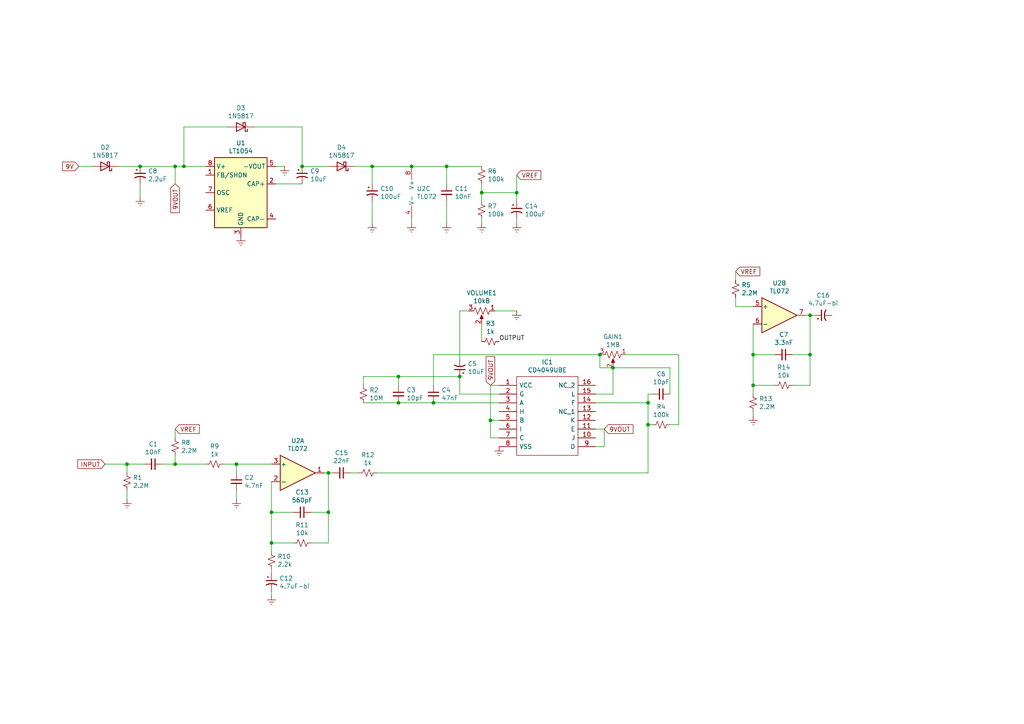
<source format=kicad_sch>
(kicad_sch (version 20230121) (generator eeschema)

  (uuid 7036af83-ac22-4511-9ae8-fe6718cb4d9e)

  (paper "A4")

  (title_block
    (title "Hellerune Overdrive")
    (date "2023-05-22")
    (rev "v1")
    (company "Offworld Serpent Devices")
  )

  (lib_symbols
    (symbol "Amplifier_Operational:TL072" (pin_names (offset 0.127)) (in_bom yes) (on_board yes)
      (property "Reference" "U" (at 0 5.08 0)
        (effects (font (size 1.27 1.27)) (justify left))
      )
      (property "Value" "TL072" (at 0 -5.08 0)
        (effects (font (size 1.27 1.27)) (justify left))
      )
      (property "Footprint" "" (at 0 0 0)
        (effects (font (size 1.27 1.27)) hide)
      )
      (property "Datasheet" "http://www.ti.com/lit/ds/symlink/tl071.pdf" (at 0 0 0)
        (effects (font (size 1.27 1.27)) hide)
      )
      (property "ki_locked" "" (at 0 0 0)
        (effects (font (size 1.27 1.27)))
      )
      (property "ki_keywords" "dual opamp" (at 0 0 0)
        (effects (font (size 1.27 1.27)) hide)
      )
      (property "ki_description" "Dual Low-Noise JFET-Input Operational Amplifiers, DIP-8/SOIC-8" (at 0 0 0)
        (effects (font (size 1.27 1.27)) hide)
      )
      (property "ki_fp_filters" "SOIC*3.9x4.9mm*P1.27mm* DIP*W7.62mm* TO*99* OnSemi*Micro8* TSSOP*3x3mm*P0.65mm* TSSOP*4.4x3mm*P0.65mm* MSOP*3x3mm*P0.65mm* SSOP*3.9x4.9mm*P0.635mm* LFCSP*2x2mm*P0.5mm* *SIP* SOIC*5.3x6.2mm*P1.27mm*" (at 0 0 0)
        (effects (font (size 1.27 1.27)) hide)
      )
      (symbol "TL072_1_1"
        (polyline
          (pts
            (xy -5.08 5.08)
            (xy 5.08 0)
            (xy -5.08 -5.08)
            (xy -5.08 5.08)
          )
          (stroke (width 0.254) (type default))
          (fill (type background))
        )
        (pin output line (at 7.62 0 180) (length 2.54)
          (name "~" (effects (font (size 1.27 1.27))))
          (number "1" (effects (font (size 1.27 1.27))))
        )
        (pin input line (at -7.62 -2.54 0) (length 2.54)
          (name "-" (effects (font (size 1.27 1.27))))
          (number "2" (effects (font (size 1.27 1.27))))
        )
        (pin input line (at -7.62 2.54 0) (length 2.54)
          (name "+" (effects (font (size 1.27 1.27))))
          (number "3" (effects (font (size 1.27 1.27))))
        )
      )
      (symbol "TL072_2_1"
        (polyline
          (pts
            (xy -5.08 5.08)
            (xy 5.08 0)
            (xy -5.08 -5.08)
            (xy -5.08 5.08)
          )
          (stroke (width 0.254) (type default))
          (fill (type background))
        )
        (pin input line (at -7.62 2.54 0) (length 2.54)
          (name "+" (effects (font (size 1.27 1.27))))
          (number "5" (effects (font (size 1.27 1.27))))
        )
        (pin input line (at -7.62 -2.54 0) (length 2.54)
          (name "-" (effects (font (size 1.27 1.27))))
          (number "6" (effects (font (size 1.27 1.27))))
        )
        (pin output line (at 7.62 0 180) (length 2.54)
          (name "~" (effects (font (size 1.27 1.27))))
          (number "7" (effects (font (size 1.27 1.27))))
        )
      )
      (symbol "TL072_3_1"
        (pin power_in line (at -2.54 -7.62 90) (length 3.81)
          (name "V-" (effects (font (size 1.27 1.27))))
          (number "4" (effects (font (size 1.27 1.27))))
        )
        (pin power_in line (at -2.54 7.62 270) (length 3.81)
          (name "V+" (effects (font (size 1.27 1.27))))
          (number "8" (effects (font (size 1.27 1.27))))
        )
      )
    )
    (symbol "Device:C_Small" (pin_numbers hide) (pin_names (offset 0.254) hide) (in_bom yes) (on_board yes)
      (property "Reference" "C" (at 0.254 1.778 0)
        (effects (font (size 1.27 1.27)) (justify left))
      )
      (property "Value" "C_Small" (at 0.254 -2.032 0)
        (effects (font (size 1.27 1.27)) (justify left))
      )
      (property "Footprint" "" (at 0 0 0)
        (effects (font (size 1.27 1.27)) hide)
      )
      (property "Datasheet" "~" (at 0 0 0)
        (effects (font (size 1.27 1.27)) hide)
      )
      (property "ki_keywords" "capacitor cap" (at 0 0 0)
        (effects (font (size 1.27 1.27)) hide)
      )
      (property "ki_description" "Unpolarized capacitor, small symbol" (at 0 0 0)
        (effects (font (size 1.27 1.27)) hide)
      )
      (property "ki_fp_filters" "C_*" (at 0 0 0)
        (effects (font (size 1.27 1.27)) hide)
      )
      (symbol "C_Small_0_1"
        (polyline
          (pts
            (xy -1.524 -0.508)
            (xy 1.524 -0.508)
          )
          (stroke (width 0.3302) (type default))
          (fill (type none))
        )
        (polyline
          (pts
            (xy -1.524 0.508)
            (xy 1.524 0.508)
          )
          (stroke (width 0.3048) (type default))
          (fill (type none))
        )
      )
      (symbol "C_Small_1_1"
        (pin passive line (at 0 2.54 270) (length 2.032)
          (name "~" (effects (font (size 1.27 1.27))))
          (number "1" (effects (font (size 1.27 1.27))))
        )
        (pin passive line (at 0 -2.54 90) (length 2.032)
          (name "~" (effects (font (size 1.27 1.27))))
          (number "2" (effects (font (size 1.27 1.27))))
        )
      )
    )
    (symbol "Device:R_Small_US" (pin_numbers hide) (pin_names (offset 0.254) hide) (in_bom yes) (on_board yes)
      (property "Reference" "R" (at 0.762 0.508 0)
        (effects (font (size 1.27 1.27)) (justify left))
      )
      (property "Value" "R_Small_US" (at 0.762 -1.016 0)
        (effects (font (size 1.27 1.27)) (justify left))
      )
      (property "Footprint" "" (at 0 0 0)
        (effects (font (size 1.27 1.27)) hide)
      )
      (property "Datasheet" "~" (at 0 0 0)
        (effects (font (size 1.27 1.27)) hide)
      )
      (property "ki_keywords" "r resistor" (at 0 0 0)
        (effects (font (size 1.27 1.27)) hide)
      )
      (property "ki_description" "Resistor, small US symbol" (at 0 0 0)
        (effects (font (size 1.27 1.27)) hide)
      )
      (property "ki_fp_filters" "R_*" (at 0 0 0)
        (effects (font (size 1.27 1.27)) hide)
      )
      (symbol "R_Small_US_1_1"
        (polyline
          (pts
            (xy 0 0)
            (xy 1.016 -0.381)
            (xy 0 -0.762)
            (xy -1.016 -1.143)
            (xy 0 -1.524)
          )
          (stroke (width 0) (type default))
          (fill (type none))
        )
        (polyline
          (pts
            (xy 0 1.524)
            (xy 1.016 1.143)
            (xy 0 0.762)
            (xy -1.016 0.381)
            (xy 0 0)
          )
          (stroke (width 0) (type default))
          (fill (type none))
        )
        (pin passive line (at 0 2.54 270) (length 1.016)
          (name "~" (effects (font (size 1.27 1.27))))
          (number "1" (effects (font (size 1.27 1.27))))
        )
        (pin passive line (at 0 -2.54 90) (length 1.016)
          (name "~" (effects (font (size 1.27 1.27))))
          (number "2" (effects (font (size 1.27 1.27))))
        )
      )
    )
    (symbol "Diode:1N5817" (pin_numbers hide) (pin_names (offset 1.016) hide) (in_bom yes) (on_board yes)
      (property "Reference" "D" (at 0 2.54 0)
        (effects (font (size 1.27 1.27)))
      )
      (property "Value" "1N5817" (at 0 -2.54 0)
        (effects (font (size 1.27 1.27)))
      )
      (property "Footprint" "Diode_THT:D_DO-41_SOD81_P10.16mm_Horizontal" (at 0 -4.445 0)
        (effects (font (size 1.27 1.27)) hide)
      )
      (property "Datasheet" "http://www.vishay.com/docs/88525/1n5817.pdf" (at 0 0 0)
        (effects (font (size 1.27 1.27)) hide)
      )
      (property "ki_keywords" "diode Schottky" (at 0 0 0)
        (effects (font (size 1.27 1.27)) hide)
      )
      (property "ki_description" "20V 1A Schottky Barrier Rectifier Diode, DO-41" (at 0 0 0)
        (effects (font (size 1.27 1.27)) hide)
      )
      (property "ki_fp_filters" "D*DO?41*" (at 0 0 0)
        (effects (font (size 1.27 1.27)) hide)
      )
      (symbol "1N5817_0_1"
        (polyline
          (pts
            (xy 1.27 0)
            (xy -1.27 0)
          )
          (stroke (width 0) (type default))
          (fill (type none))
        )
        (polyline
          (pts
            (xy 1.27 1.27)
            (xy 1.27 -1.27)
            (xy -1.27 0)
            (xy 1.27 1.27)
          )
          (stroke (width 0.254) (type default))
          (fill (type none))
        )
        (polyline
          (pts
            (xy -1.905 0.635)
            (xy -1.905 1.27)
            (xy -1.27 1.27)
            (xy -1.27 -1.27)
            (xy -0.635 -1.27)
            (xy -0.635 -0.635)
          )
          (stroke (width 0.254) (type default))
          (fill (type none))
        )
      )
      (symbol "1N5817_1_1"
        (pin passive line (at -3.81 0 0) (length 2.54)
          (name "K" (effects (font (size 1.27 1.27))))
          (number "1" (effects (font (size 1.27 1.27))))
        )
        (pin passive line (at 3.81 0 180) (length 2.54)
          (name "A" (effects (font (size 1.27 1.27))))
          (number "2" (effects (font (size 1.27 1.27))))
        )
      )
    )
    (symbol "Regulator_SwitchedCapacitor:LT1054" (in_bom yes) (on_board yes)
      (property "Reference" "U" (at -6.604 11.176 0)
        (effects (font (size 1.27 1.27)))
      )
      (property "Value" "LT1054" (at 4.318 11.176 0)
        (effects (font (size 1.27 1.27)))
      )
      (property "Footprint" "" (at 2.54 -2.54 0)
        (effects (font (size 1.27 1.27)) hide)
      )
      (property "Datasheet" "https://www.analog.com/media/en/technical-documentation/data-sheets/1054lfh.pdf" (at 2.54 -2.54 0)
        (effects (font (size 1.27 1.27)) hide)
      )
      (property "ki_keywords" "monolithic bipolar switched capacitor voltage converter regulator inverter doubler shutdown" (at 0 0 0)
        (effects (font (size 1.27 1.27)) hide)
      )
      (property "ki_description" "Switched-Capacitor Voltage Converter with Regulator, output current 100mA, operating range 3.5V to 15V, low loss 1.1V at 100mA, DIP-8/SO-8" (at 0 0 0)
        (effects (font (size 1.27 1.27)) hide)
      )
      (property "ki_fp_filters" "DIP*W7.62mm* SOIC*3.9x4.9mm*" (at 0 0 0)
        (effects (font (size 1.27 1.27)) hide)
      )
      (symbol "LT1054_0_1"
        (rectangle (start -7.62 10.16) (end 7.62 -10.16)
          (stroke (width 0.254) (type default))
          (fill (type background))
        )
      )
      (symbol "LT1054_1_1"
        (pin input line (at -10.16 5.08 0) (length 2.54)
          (name "FB/SHDN" (effects (font (size 1.27 1.27))))
          (number "1" (effects (font (size 1.27 1.27))))
        )
        (pin input line (at 10.16 2.54 180) (length 2.54)
          (name "CAP+" (effects (font (size 1.27 1.27))))
          (number "2" (effects (font (size 1.27 1.27))))
        )
        (pin power_in line (at 0 -12.7 90) (length 2.54)
          (name "GND" (effects (font (size 1.27 1.27))))
          (number "3" (effects (font (size 1.27 1.27))))
        )
        (pin input line (at 10.16 -7.62 180) (length 2.54)
          (name "CAP-" (effects (font (size 1.27 1.27))))
          (number "4" (effects (font (size 1.27 1.27))))
        )
        (pin power_out line (at 10.16 7.62 180) (length 2.54)
          (name "-VOUT" (effects (font (size 1.27 1.27))))
          (number "5" (effects (font (size 1.27 1.27))))
        )
        (pin output line (at -10.16 -5.08 0) (length 2.54)
          (name "VREF" (effects (font (size 1.27 1.27))))
          (number "6" (effects (font (size 1.27 1.27))))
        )
        (pin input line (at -10.16 0 0) (length 2.54)
          (name "OSC" (effects (font (size 1.27 1.27))))
          (number "7" (effects (font (size 1.27 1.27))))
        )
        (pin power_in line (at -10.16 7.62 0) (length 2.54)
          (name "V+" (effects (font (size 1.27 1.27))))
          (number "8" (effects (font (size 1.27 1.27))))
        )
      )
    )
    (symbol "fafnir-v1-rescue:CD4049UBE-CD4049UBE" (pin_names (offset 0.762)) (in_bom yes) (on_board yes)
      (property "Reference" "IC" (at 24.13 7.62 0)
        (effects (font (size 1.27 1.27)) (justify left))
      )
      (property "Value" "CD4049UBE_CD4049UBE" (at 24.13 5.08 0)
        (effects (font (size 1.27 1.27)) (justify left))
      )
      (property "Footprint" "DIP794W53P254L1930H508Q16N" (at 24.13 2.54 0)
        (effects (font (size 1.27 1.27)) (justify left) hide)
      )
      (property "Datasheet" "http://www.ti.com/lit/ds/symlink/cd4049ub.pdf" (at 24.13 0 0)
        (effects (font (size 1.27 1.27)) (justify left) hide)
      )
      (property "Description" "CD4049UBE, Hex Inverter Buffer, Converter, 26mA -0.5  20 V 16-Pin PDIP" (at 24.13 -2.54 0)
        (effects (font (size 1.27 1.27)) (justify left) hide)
      )
      (property "Height" "5.08" (at 24.13 -5.08 0)
        (effects (font (size 1.27 1.27)) (justify left) hide)
      )
      (property "Mouser Part Number" "595-CD4049UBE" (at 24.13 -7.62 0)
        (effects (font (size 1.27 1.27)) (justify left) hide)
      )
      (property "Mouser Price/Stock" "https://www.mouser.co.uk/ProductDetail/Texas-Instruments/CD4049UBE?qs=D5pVkbrsqqLvQoWdk2gTTw%3D%3D" (at 24.13 -10.16 0)
        (effects (font (size 1.27 1.27)) (justify left) hide)
      )
      (property "Manufacturer_Name" "Texas Instruments" (at 24.13 -12.7 0)
        (effects (font (size 1.27 1.27)) (justify left) hide)
      )
      (property "Manufacturer_Part_Number" "CD4049UBE" (at 24.13 -15.24 0)
        (effects (font (size 1.27 1.27)) (justify left) hide)
      )
      (symbol "CD4049UBE-CD4049UBE_0_0"
        (pin passive line (at 0 0 0) (length 5.08)
          (name "VCC" (effects (font (size 1.27 1.27))))
          (number "1" (effects (font (size 1.27 1.27))))
        )
        (pin passive line (at 27.94 -15.24 180) (length 5.08)
          (name "J" (effects (font (size 1.27 1.27))))
          (number "10" (effects (font (size 1.27 1.27))))
        )
        (pin passive line (at 27.94 -12.7 180) (length 5.08)
          (name "E" (effects (font (size 1.27 1.27))))
          (number "11" (effects (font (size 1.27 1.27))))
        )
        (pin passive line (at 27.94 -10.16 180) (length 5.08)
          (name "K" (effects (font (size 1.27 1.27))))
          (number "12" (effects (font (size 1.27 1.27))))
        )
        (pin passive line (at 27.94 -7.62 180) (length 5.08)
          (name "NC_1" (effects (font (size 1.27 1.27))))
          (number "13" (effects (font (size 1.27 1.27))))
        )
        (pin passive line (at 27.94 -5.08 180) (length 5.08)
          (name "F" (effects (font (size 1.27 1.27))))
          (number "14" (effects (font (size 1.27 1.27))))
        )
        (pin passive line (at 27.94 -2.54 180) (length 5.08)
          (name "L" (effects (font (size 1.27 1.27))))
          (number "15" (effects (font (size 1.27 1.27))))
        )
        (pin passive line (at 27.94 0 180) (length 5.08)
          (name "NC_2" (effects (font (size 1.27 1.27))))
          (number "16" (effects (font (size 1.27 1.27))))
        )
        (pin passive line (at 0 -2.54 0) (length 5.08)
          (name "G" (effects (font (size 1.27 1.27))))
          (number "2" (effects (font (size 1.27 1.27))))
        )
        (pin passive line (at 0 -5.08 0) (length 5.08)
          (name "A" (effects (font (size 1.27 1.27))))
          (number "3" (effects (font (size 1.27 1.27))))
        )
        (pin passive line (at 0 -7.62 0) (length 5.08)
          (name "H" (effects (font (size 1.27 1.27))))
          (number "4" (effects (font (size 1.27 1.27))))
        )
        (pin passive line (at 0 -10.16 0) (length 5.08)
          (name "B" (effects (font (size 1.27 1.27))))
          (number "5" (effects (font (size 1.27 1.27))))
        )
        (pin passive line (at 0 -12.7 0) (length 5.08)
          (name "I" (effects (font (size 1.27 1.27))))
          (number "6" (effects (font (size 1.27 1.27))))
        )
        (pin passive line (at 0 -15.24 0) (length 5.08)
          (name "C" (effects (font (size 1.27 1.27))))
          (number "7" (effects (font (size 1.27 1.27))))
        )
        (pin passive line (at 0 -17.78 0) (length 5.08)
          (name "VSS" (effects (font (size 1.27 1.27))))
          (number "8" (effects (font (size 1.27 1.27))))
        )
        (pin passive line (at 27.94 -17.78 180) (length 5.08)
          (name "D" (effects (font (size 1.27 1.27))))
          (number "9" (effects (font (size 1.27 1.27))))
        )
      )
      (symbol "CD4049UBE-CD4049UBE_0_1"
        (polyline
          (pts
            (xy 5.08 2.54)
            (xy 22.86 2.54)
            (xy 22.86 -20.32)
            (xy 5.08 -20.32)
            (xy 5.08 2.54)
          )
          (stroke (width 0.1524) (type solid))
          (fill (type none))
        )
      )
    )
    (symbol "fafnir-v1-rescue:CP1_Small-Device" (pin_numbers hide) (pin_names (offset 0.254) hide) (in_bom yes) (on_board yes)
      (property "Reference" "C" (at 0.254 1.778 0)
        (effects (font (size 1.27 1.27)) (justify left))
      )
      (property "Value" "Device_CP1_Small" (at 0.254 -2.032 0)
        (effects (font (size 1.27 1.27)) (justify left))
      )
      (property "Footprint" "" (at 0 0 0)
        (effects (font (size 1.27 1.27)) hide)
      )
      (property "Datasheet" "" (at 0 0 0)
        (effects (font (size 1.27 1.27)) hide)
      )
      (property "ki_fp_filters" "CP_*" (at 0 0 0)
        (effects (font (size 1.27 1.27)) hide)
      )
      (symbol "CP1_Small-Device_0_1"
        (polyline
          (pts
            (xy -1.524 0.508)
            (xy 1.524 0.508)
          )
          (stroke (width 0.3048) (type solid))
          (fill (type none))
        )
        (polyline
          (pts
            (xy -1.27 1.524)
            (xy -0.762 1.524)
          )
          (stroke (width 0) (type solid))
          (fill (type none))
        )
        (polyline
          (pts
            (xy -1.016 1.27)
            (xy -1.016 1.778)
          )
          (stroke (width 0) (type solid))
          (fill (type none))
        )
        (arc (start 1.524 -0.762) (mid 0 -0.3734) (end -1.524 -0.762)
          (stroke (width 0.3048) (type solid))
          (fill (type none))
        )
      )
      (symbol "CP1_Small-Device_1_1"
        (pin passive line (at 0 2.54 270) (length 2.032)
          (name "~" (effects (font (size 1.27 1.27))))
          (number "1" (effects (font (size 1.27 1.27))))
        )
        (pin passive line (at 0 -2.54 90) (length 2.032)
          (name "~" (effects (font (size 1.27 1.27))))
          (number "2" (effects (font (size 1.27 1.27))))
        )
      )
    )
    (symbol "fafnir-v1-rescue:R_POT_US-Device" (pin_names (offset 1.016) hide) (in_bom yes) (on_board yes)
      (property "Reference" "RV" (at -4.445 0 90)
        (effects (font (size 1.27 1.27)))
      )
      (property "Value" "Device_R_POT_US" (at -2.54 0 90)
        (effects (font (size 1.27 1.27)))
      )
      (property "Footprint" "" (at 0 0 0)
        (effects (font (size 1.27 1.27)) hide)
      )
      (property "Datasheet" "" (at 0 0 0)
        (effects (font (size 1.27 1.27)) hide)
      )
      (property "ki_fp_filters" "Potentiometer*" (at 0 0 0)
        (effects (font (size 1.27 1.27)) hide)
      )
      (symbol "R_POT_US-Device_0_1"
        (polyline
          (pts
            (xy 0 -2.286)
            (xy 0 -2.54)
          )
          (stroke (width 0) (type solid))
          (fill (type none))
        )
        (polyline
          (pts
            (xy 0 2.54)
            (xy 0 2.286)
          )
          (stroke (width 0) (type solid))
          (fill (type none))
        )
        (polyline
          (pts
            (xy 2.54 0)
            (xy 1.524 0)
          )
          (stroke (width 0) (type solid))
          (fill (type none))
        )
        (polyline
          (pts
            (xy 1.143 0)
            (xy 2.286 0.508)
            (xy 2.286 -0.508)
            (xy 1.143 0)
          )
          (stroke (width 0) (type solid))
          (fill (type outline))
        )
        (polyline
          (pts
            (xy 0 -0.762)
            (xy 1.016 -1.143)
            (xy 0 -1.524)
            (xy -1.016 -1.905)
            (xy 0 -2.286)
          )
          (stroke (width 0) (type solid))
          (fill (type none))
        )
        (polyline
          (pts
            (xy 0 0.762)
            (xy 1.016 0.381)
            (xy 0 0)
            (xy -1.016 -0.381)
            (xy 0 -0.762)
          )
          (stroke (width 0) (type solid))
          (fill (type none))
        )
        (polyline
          (pts
            (xy 0 2.286)
            (xy 1.016 1.905)
            (xy 0 1.524)
            (xy -1.016 1.143)
            (xy 0 0.762)
          )
          (stroke (width 0) (type solid))
          (fill (type none))
        )
      )
      (symbol "R_POT_US-Device_1_1"
        (pin passive line (at 0 3.81 270) (length 1.27)
          (name "1" (effects (font (size 1.27 1.27))))
          (number "1" (effects (font (size 1.27 1.27))))
        )
        (pin passive line (at 3.81 0 180) (length 1.27)
          (name "2" (effects (font (size 1.27 1.27))))
          (number "2" (effects (font (size 1.27 1.27))))
        )
        (pin passive line (at 0 -3.81 90) (length 1.27)
          (name "3" (effects (font (size 1.27 1.27))))
          (number "3" (effects (font (size 1.27 1.27))))
        )
      )
    )
    (symbol "malice-striker-v2-rescue:CP1_Small-Device" (pin_numbers hide) (pin_names (offset 0.254) hide) (in_bom yes) (on_board yes)
      (property "Reference" "C" (at 0.254 1.778 0)
        (effects (font (size 1.27 1.27)) (justify left))
      )
      (property "Value" "Device_CP1_Small" (at 0.254 -2.032 0)
        (effects (font (size 1.27 1.27)) (justify left))
      )
      (property "Footprint" "" (at 0 0 0)
        (effects (font (size 1.27 1.27)) hide)
      )
      (property "Datasheet" "" (at 0 0 0)
        (effects (font (size 1.27 1.27)) hide)
      )
      (property "ki_fp_filters" "CP_*" (at 0 0 0)
        (effects (font (size 1.27 1.27)) hide)
      )
      (symbol "CP1_Small-Device_0_1"
        (polyline
          (pts
            (xy -1.524 0.508)
            (xy 1.524 0.508)
          )
          (stroke (width 0.3048) (type solid))
          (fill (type none))
        )
        (polyline
          (pts
            (xy -1.27 1.524)
            (xy -0.762 1.524)
          )
          (stroke (width 0) (type solid))
          (fill (type none))
        )
        (polyline
          (pts
            (xy -1.016 1.27)
            (xy -1.016 1.778)
          )
          (stroke (width 0) (type solid))
          (fill (type none))
        )
        (arc (start 1.524 -0.762) (mid 0 -0.3734) (end -1.524 -0.762)
          (stroke (width 0.3048) (type solid))
          (fill (type none))
        )
      )
      (symbol "CP1_Small-Device_1_1"
        (pin passive line (at 0 2.54 270) (length 2.032)
          (name "~" (effects (font (size 1.27 1.27))))
          (number "1" (effects (font (size 1.27 1.27))))
        )
        (pin passive line (at 0 -2.54 90) (length 2.032)
          (name "~" (effects (font (size 1.27 1.27))))
          (number "2" (effects (font (size 1.27 1.27))))
        )
      )
    )
    (symbol "power:Earth" (power) (pin_names (offset 0)) (in_bom yes) (on_board yes)
      (property "Reference" "#PWR" (at 0 -6.35 0)
        (effects (font (size 1.27 1.27)) hide)
      )
      (property "Value" "Earth" (at 0 -3.81 0)
        (effects (font (size 1.27 1.27)) hide)
      )
      (property "Footprint" "" (at 0 0 0)
        (effects (font (size 1.27 1.27)) hide)
      )
      (property "Datasheet" "~" (at 0 0 0)
        (effects (font (size 1.27 1.27)) hide)
      )
      (property "ki_keywords" "global ground gnd" (at 0 0 0)
        (effects (font (size 1.27 1.27)) hide)
      )
      (property "ki_description" "Power symbol creates a global label with name \"Earth\"" (at 0 0 0)
        (effects (font (size 1.27 1.27)) hide)
      )
      (symbol "Earth_0_1"
        (polyline
          (pts
            (xy -0.635 -1.905)
            (xy 0.635 -1.905)
          )
          (stroke (width 0) (type default))
          (fill (type none))
        )
        (polyline
          (pts
            (xy -0.127 -2.54)
            (xy 0.127 -2.54)
          )
          (stroke (width 0) (type default))
          (fill (type none))
        )
        (polyline
          (pts
            (xy 0 -1.27)
            (xy 0 0)
          )
          (stroke (width 0) (type default))
          (fill (type none))
        )
        (polyline
          (pts
            (xy 1.27 -1.27)
            (xy -1.27 -1.27)
          )
          (stroke (width 0) (type default))
          (fill (type none))
        )
      )
      (symbol "Earth_1_1"
        (pin power_in line (at 0 0 270) (length 0) hide
          (name "Earth" (effects (font (size 1.27 1.27))))
          (number "1" (effects (font (size 1.27 1.27))))
        )
      )
    )
  )

  (junction (at 139.7 55.88) (diameter 0) (color 0 0 0 0)
    (uuid 06e34024-3676-4d11-962a-b5a6cfd898b3)
  )
  (junction (at 107.95 48.26) (diameter 0) (color 0 0 0 0)
    (uuid 0b9b512f-5a6e-40b0-980c-ed19bbf033a9)
  )
  (junction (at 115.57 116.84) (diameter 0) (color 0 0 0 0)
    (uuid 149e771b-03ac-4c3a-b615-d7991e932bf8)
  )
  (junction (at 187.96 116.84) (diameter 0) (color 0 0 0 0)
    (uuid 1654ac83-2cd0-4fc9-92d0-93a0c68be5c4)
  )
  (junction (at 36.83 134.62) (diameter 0) (color 0 0 0 0)
    (uuid 165fd85e-dc24-490d-adc0-0f258e3c4335)
  )
  (junction (at 50.8 48.26) (diameter 0) (color 0 0 0 0)
    (uuid 1c4c2096-495d-4669-b2fe-cee5fcc7b21d)
  )
  (junction (at 50.8 134.62) (diameter 0) (color 0 0 0 0)
    (uuid 41caac57-3111-477d-bbe1-8d303c6b1f05)
  )
  (junction (at 142.24 121.92) (diameter 0) (color 0 0 0 0)
    (uuid 45ab2623-0d49-4522-8fbc-32a276feeafa)
  )
  (junction (at 119.38 48.26) (diameter 0) (color 0 0 0 0)
    (uuid 58c0a4d1-2545-4c57-9e40-df88247301e8)
  )
  (junction (at 78.74 157.48) (diameter 0) (color 0 0 0 0)
    (uuid 5ef47030-dedf-4c66-95e7-01c91768d787)
  )
  (junction (at 187.96 123.19) (diameter 0) (color 0 0 0 0)
    (uuid 6c019962-c6ce-4b41-a136-ed3e1f60fe04)
  )
  (junction (at 173.99 102.87) (diameter 0) (color 0 0 0 0)
    (uuid 6ea7a4cf-0a3f-4ff3-acf3-1d542316b952)
  )
  (junction (at 53.34 48.26) (diameter 0) (color 0 0 0 0)
    (uuid 78474806-4e50-4273-a1a0-a320946ed930)
  )
  (junction (at 125.73 116.84) (diameter 0) (color 0 0 0 0)
    (uuid 79aa3478-7bc7-4fcf-986a-70745caeea44)
  )
  (junction (at 218.44 102.87) (diameter 0) (color 0 0 0 0)
    (uuid 7ef9a97c-41d7-4ad7-b5a0-5f54aeed329e)
  )
  (junction (at 133.35 109.22) (diameter 0) (color 0 0 0 0)
    (uuid 7f60d544-fa54-44b5-8a93-6d65ab9c6bde)
  )
  (junction (at 78.74 148.59) (diameter 0) (color 0 0 0 0)
    (uuid 8a36050f-3b91-4c11-b7fe-771c3a199c60)
  )
  (junction (at 218.44 111.76) (diameter 0) (color 0 0 0 0)
    (uuid 8aedecbd-d970-489b-b6f5-fcd343f60e14)
  )
  (junction (at 40.64 48.26) (diameter 0) (color 0 0 0 0)
    (uuid 9077650d-7944-4a5f-b5b3-9ce08072f59e)
  )
  (junction (at 177.8 106.68) (diameter 0) (color 0 0 0 0)
    (uuid 96c546c1-6794-4549-9a14-dbe51a8a285f)
  )
  (junction (at 234.95 102.87) (diameter 0) (color 0 0 0 0)
    (uuid ad718acf-ec4c-400c-b1ab-8545bee0f058)
  )
  (junction (at 149.86 55.88) (diameter 0) (color 0 0 0 0)
    (uuid c48c6dac-aa59-46d3-bb85-0f7877a178e3)
  )
  (junction (at 234.95 91.44) (diameter 0) (color 0 0 0 0)
    (uuid c7df2edc-dff7-43de-8db1-43fd19836302)
  )
  (junction (at 115.57 109.22) (diameter 0) (color 0 0 0 0)
    (uuid cb5aa2b4-fbe2-4734-8323-9cd38faaa719)
  )
  (junction (at 129.54 48.26) (diameter 0) (color 0 0 0 0)
    (uuid cda40654-074e-40c1-89c3-1e529d90b997)
  )
  (junction (at 68.58 134.62) (diameter 0) (color 0 0 0 0)
    (uuid d19b57f2-23b0-407c-969c-a3103cf7b7a6)
  )
  (junction (at 95.25 137.16) (diameter 0) (color 0 0 0 0)
    (uuid e1cb385e-f8bb-4db5-bf8f-c2229192ed6e)
  )
  (junction (at 87.63 48.26) (diameter 0) (color 0 0 0 0)
    (uuid f4465de5-ddb3-4c10-95c8-ad6065d137c6)
  )
  (junction (at 95.25 148.59) (diameter 0) (color 0 0 0 0)
    (uuid fa44815e-590e-4278-9140-8b263d4d2474)
  )

  (wire (pts (xy 78.74 139.7) (xy 78.74 148.59))
    (stroke (width 0) (type default))
    (uuid 01726341-09e7-4327-853f-6ce872a1101f)
  )
  (wire (pts (xy 105.41 111.76) (xy 105.41 109.22))
    (stroke (width 0) (type default))
    (uuid 03939bc8-83e4-47b2-b92b-a469edfc478d)
  )
  (wire (pts (xy 40.64 53.34) (xy 40.64 57.15))
    (stroke (width 0) (type default))
    (uuid 04257801-f485-4806-b43e-90496e1ca167)
  )
  (wire (pts (xy 234.95 102.87) (xy 234.95 111.76))
    (stroke (width 0) (type default))
    (uuid 04c52817-7a2a-422b-9ec2-6ab5f46cd0bb)
  )
  (wire (pts (xy 213.36 88.9) (xy 213.36 86.36))
    (stroke (width 0) (type default))
    (uuid 07b1cc5b-bfb4-4468-9ffd-b8c381e670e6)
  )
  (wire (pts (xy 36.83 134.62) (xy 36.83 137.16))
    (stroke (width 0) (type default))
    (uuid 092923bc-c3bd-4ddc-af96-e37427d12044)
  )
  (wire (pts (xy 102.87 48.26) (xy 107.95 48.26))
    (stroke (width 0) (type default))
    (uuid 0d378543-64e1-40df-b581-874908636060)
  )
  (wire (pts (xy 87.63 48.26) (xy 95.25 48.26))
    (stroke (width 0) (type default))
    (uuid 0e6fe281-51f0-47ea-b156-81d5a6abd755)
  )
  (wire (pts (xy 187.96 114.3) (xy 189.23 114.3))
    (stroke (width 0) (type default))
    (uuid 11b8b934-ca0e-4378-a4e8-7fd102e7bf66)
  )
  (wire (pts (xy 149.86 50.8) (xy 149.86 55.88))
    (stroke (width 0) (type default))
    (uuid 178fc538-117f-4ef2-8e4c-e0392c86b003)
  )
  (wire (pts (xy 229.87 111.76) (xy 234.95 111.76))
    (stroke (width 0) (type default))
    (uuid 190a83b5-4fc5-4c36-9294-3308124bd03c)
  )
  (wire (pts (xy 229.87 102.87) (xy 234.95 102.87))
    (stroke (width 0) (type default))
    (uuid 199cc130-f892-4fef-9d11-80447f5201b0)
  )
  (wire (pts (xy 218.44 119.38) (xy 218.44 120.65))
    (stroke (width 0) (type default))
    (uuid 19eb272f-a5e7-4ad0-bf9f-68eb7e9ebb9f)
  )
  (wire (pts (xy 68.58 137.16) (xy 68.58 134.62))
    (stroke (width 0) (type default))
    (uuid 1ad2ddb5-0864-46dd-8d87-2c1a2f2a13c1)
  )
  (wire (pts (xy 90.17 157.48) (xy 95.25 157.48))
    (stroke (width 0) (type default))
    (uuid 1bf46db9-80a4-4cd9-b44e-64c2a0d5d634)
  )
  (wire (pts (xy 78.74 171.45) (xy 78.74 172.72))
    (stroke (width 0) (type default))
    (uuid 1d4a4c67-c634-4cdc-a8f1-5c4b501207ac)
  )
  (wire (pts (xy 50.8 48.26) (xy 50.8 53.34))
    (stroke (width 0) (type default))
    (uuid 1dbae51c-20e0-49a9-a8fa-5452842f25f0)
  )
  (wire (pts (xy 173.99 106.68) (xy 173.99 102.87))
    (stroke (width 0) (type default))
    (uuid 2183b26d-1fed-4207-ad6c-5dd58fe2b11f)
  )
  (wire (pts (xy 107.95 64.77) (xy 107.95 58.42))
    (stroke (width 0) (type default))
    (uuid 2188f057-544b-478d-a672-75e1e905f0f4)
  )
  (wire (pts (xy 177.8 114.3) (xy 177.8 106.68))
    (stroke (width 0) (type default))
    (uuid 23b986e2-ebac-4387-aea3-8c8c7ecef7a0)
  )
  (wire (pts (xy 142.24 121.92) (xy 142.24 111.76))
    (stroke (width 0) (type default))
    (uuid 29542ba4-3130-41e9-a728-4ccae335554c)
  )
  (wire (pts (xy 95.25 137.16) (xy 93.98 137.16))
    (stroke (width 0) (type default))
    (uuid 2cde31e6-d34f-4462-b818-052556267e1e)
  )
  (wire (pts (xy 172.72 114.3) (xy 177.8 114.3))
    (stroke (width 0) (type default))
    (uuid 2da21513-8e6b-445c-ac5f-75de88e883c1)
  )
  (wire (pts (xy 34.29 48.26) (xy 40.64 48.26))
    (stroke (width 0) (type default))
    (uuid 35a3f3ab-2a85-46d9-9b53-e11a477f50f6)
  )
  (wire (pts (xy 80.01 53.34) (xy 87.63 53.34))
    (stroke (width 0) (type default))
    (uuid 36d6f9ce-7e3f-4210-bf77-7e1950c989ec)
  )
  (wire (pts (xy 139.7 58.42) (xy 139.7 55.88))
    (stroke (width 0) (type default))
    (uuid 3ff5e2cc-5899-40d5-8c22-7986dc217c20)
  )
  (wire (pts (xy 218.44 93.98) (xy 218.44 102.87))
    (stroke (width 0) (type default))
    (uuid 4059e3d1-96c4-4307-b17c-acc64416ca40)
  )
  (wire (pts (xy 107.95 48.26) (xy 119.38 48.26))
    (stroke (width 0) (type default))
    (uuid 4206cc0d-e456-40aa-85ca-f95ba8dec202)
  )
  (wire (pts (xy 172.72 124.46) (xy 175.26 124.46))
    (stroke (width 0) (type default))
    (uuid 46908558-2f9a-4af3-b630-276e4fbc046b)
  )
  (wire (pts (xy 187.96 116.84) (xy 187.96 123.19))
    (stroke (width 0) (type default))
    (uuid 469ef0a3-4bdf-4cfd-af49-b9d77d0e631b)
  )
  (wire (pts (xy 194.31 106.68) (xy 194.31 114.3))
    (stroke (width 0) (type default))
    (uuid 4708a9ec-348c-423e-a4e1-67587bb299d5)
  )
  (wire (pts (xy 36.83 142.24) (xy 36.83 144.78))
    (stroke (width 0) (type default))
    (uuid 4a241eaa-9b15-42f3-9558-5c843b3af44b)
  )
  (wire (pts (xy 224.79 111.76) (xy 218.44 111.76))
    (stroke (width 0) (type default))
    (uuid 4b5d8d18-71cf-46ce-a303-3278bfe970b3)
  )
  (wire (pts (xy 105.41 109.22) (xy 115.57 109.22))
    (stroke (width 0) (type default))
    (uuid 4bad2fc7-7cac-481e-b485-e2052d3c1201)
  )
  (wire (pts (xy 133.35 90.17) (xy 135.89 90.17))
    (stroke (width 0) (type default))
    (uuid 4eff2e82-8356-4b10-aa4d-4d399c0c03f9)
  )
  (wire (pts (xy 187.96 123.19) (xy 187.96 137.16))
    (stroke (width 0) (type default))
    (uuid 5263e912-b0fa-4f6a-9f0c-659b4bbe40da)
  )
  (wire (pts (xy 142.24 121.92) (xy 144.78 121.92))
    (stroke (width 0) (type default))
    (uuid 55347014-f5db-400d-8215-f5ed8f248c14)
  )
  (wire (pts (xy 40.64 48.26) (xy 50.8 48.26))
    (stroke (width 0) (type default))
    (uuid 57342b39-20ad-4830-bc7d-fd85a32394f9)
  )
  (wire (pts (xy 59.69 134.62) (xy 50.8 134.62))
    (stroke (width 0) (type default))
    (uuid 57efbe07-4085-42c3-a95a-6dab75013249)
  )
  (wire (pts (xy 68.58 134.62) (xy 64.77 134.62))
    (stroke (width 0) (type default))
    (uuid 58fe5bb6-5b99-4bb0-a507-37cef27848fe)
  )
  (wire (pts (xy 125.73 102.87) (xy 173.99 102.87))
    (stroke (width 0) (type default))
    (uuid 59e4961c-d5e3-4b4d-ba82-bf2c5039e7c9)
  )
  (wire (pts (xy 234.95 91.44) (xy 234.95 102.87))
    (stroke (width 0) (type default))
    (uuid 5ecf5dcb-13f6-46de-b981-235f3aa99fe6)
  )
  (wire (pts (xy 187.96 116.84) (xy 187.96 114.3))
    (stroke (width 0) (type default))
    (uuid 601b9d23-cdc9-442c-830b-91d760293416)
  )
  (wire (pts (xy 90.17 148.59) (xy 95.25 148.59))
    (stroke (width 0) (type default))
    (uuid 60bd4567-247d-44bd-8bd5-590656bb724c)
  )
  (wire (pts (xy 172.72 129.54) (xy 175.26 129.54))
    (stroke (width 0) (type default))
    (uuid 61da6f36-5c40-4d17-b8e3-a357dafddb82)
  )
  (wire (pts (xy 129.54 48.26) (xy 139.7 48.26))
    (stroke (width 0) (type default))
    (uuid 63004d75-64e6-4e37-bde9-cb694128af7b)
  )
  (wire (pts (xy 233.68 91.44) (xy 234.95 91.44))
    (stroke (width 0) (type default))
    (uuid 63791cbb-6e85-4dab-9821-4f2fa3d2911d)
  )
  (wire (pts (xy 149.86 58.42) (xy 149.86 55.88))
    (stroke (width 0) (type default))
    (uuid 64cc4705-aa44-4b71-b750-abcfcf0d3cab)
  )
  (wire (pts (xy 109.22 137.16) (xy 187.96 137.16))
    (stroke (width 0) (type default))
    (uuid 66062e3c-72cd-4c03-bdad-bf022303540f)
  )
  (wire (pts (xy 139.7 93.98) (xy 139.7 99.06))
    (stroke (width 0) (type default))
    (uuid 66ce6272-a252-47e4-9060-63bcaa0553ca)
  )
  (wire (pts (xy 53.34 48.26) (xy 53.34 36.83))
    (stroke (width 0) (type default))
    (uuid 7107829c-930b-4a2e-bd95-3dafbb1128fd)
  )
  (wire (pts (xy 82.55 48.26) (xy 80.01 48.26))
    (stroke (width 0) (type default))
    (uuid 71c8eacc-d7da-4e15-98b5-4aa1ffbfa634)
  )
  (wire (pts (xy 50.8 134.62) (xy 50.8 132.08))
    (stroke (width 0) (type default))
    (uuid 71cc3903-b17a-4d67-b574-b30778f37584)
  )
  (wire (pts (xy 144.78 114.3) (xy 133.35 114.3))
    (stroke (width 0) (type default))
    (uuid 722cd0a6-5fcc-40df-bfac-82c7233170d6)
  )
  (wire (pts (xy 224.79 102.87) (xy 218.44 102.87))
    (stroke (width 0) (type default))
    (uuid 752d1150-9b63-445b-b964-bc6be4a595bb)
  )
  (wire (pts (xy 177.8 106.68) (xy 194.31 106.68))
    (stroke (width 0) (type default))
    (uuid 767d4daa-a747-42a7-95af-a29d8d9b6f43)
  )
  (wire (pts (xy 196.85 123.19) (xy 194.31 123.19))
    (stroke (width 0) (type default))
    (uuid 79b2260d-66a3-4bb3-8d29-72d88b00e965)
  )
  (wire (pts (xy 175.26 129.54) (xy 175.26 124.46))
    (stroke (width 0) (type default))
    (uuid 7b6aafd8-99bd-4ea2-9e3c-8342c0b3fd9c)
  )
  (wire (pts (xy 85.09 157.48) (xy 78.74 157.48))
    (stroke (width 0) (type default))
    (uuid 7bdfd2df-f687-4dfc-9e3c-c2e60eda3cac)
  )
  (wire (pts (xy 144.78 116.84) (xy 125.73 116.84))
    (stroke (width 0) (type default))
    (uuid 7e6a99b3-9135-4436-b597-d134cc3e96a5)
  )
  (wire (pts (xy 95.25 137.16) (xy 95.25 148.59))
    (stroke (width 0) (type default))
    (uuid 83d64c28-46da-4fef-a5d5-30b616981ca5)
  )
  (wire (pts (xy 68.58 142.24) (xy 68.58 144.78))
    (stroke (width 0) (type default))
    (uuid 86c5c87f-667f-42b4-9383-7f10c1a0f0af)
  )
  (wire (pts (xy 218.44 88.9) (xy 213.36 88.9))
    (stroke (width 0) (type default))
    (uuid 87154542-dd1c-4ba7-a9de-617e9922c5b5)
  )
  (wire (pts (xy 119.38 48.26) (xy 129.54 48.26))
    (stroke (width 0) (type default))
    (uuid 904ce97a-da45-40ef-badf-728b44bf6692)
  )
  (wire (pts (xy 115.57 111.76) (xy 115.57 109.22))
    (stroke (width 0) (type default))
    (uuid 95f67079-f8f7-4a80-bdf2-73293030517f)
  )
  (wire (pts (xy 78.74 148.59) (xy 78.74 157.48))
    (stroke (width 0) (type default))
    (uuid 971195ae-58d4-4600-9d0f-0910b96ec386)
  )
  (wire (pts (xy 129.54 48.26) (xy 129.54 53.34))
    (stroke (width 0) (type default))
    (uuid 98328bcd-a677-4c7a-abdf-6915b7b5aaa6)
  )
  (wire (pts (xy 115.57 109.22) (xy 133.35 109.22))
    (stroke (width 0) (type default))
    (uuid 9a9c713c-269a-4f36-adb3-605085c0a5b4)
  )
  (wire (pts (xy 78.74 165.1) (xy 78.74 166.37))
    (stroke (width 0) (type default))
    (uuid 9c5324df-f953-4704-b086-b0de3c7b9151)
  )
  (wire (pts (xy 129.54 64.77) (xy 129.54 58.42))
    (stroke (width 0) (type default))
    (uuid 9fe6a873-9d9b-40e9-9b28-ccbcc4ee17c7)
  )
  (wire (pts (xy 139.7 64.77) (xy 139.7 63.5))
    (stroke (width 0) (type default))
    (uuid a2b25551-7910-4cd2-a291-7a544bab7be1)
  )
  (wire (pts (xy 50.8 124.46) (xy 50.8 127))
    (stroke (width 0) (type default))
    (uuid a87a7335-3bcd-46e7-bf94-7730a1d10a6a)
  )
  (wire (pts (xy 101.6 137.16) (xy 104.14 137.16))
    (stroke (width 0) (type default))
    (uuid a9998b8c-03f5-418a-ae9f-ddaeaa513fa6)
  )
  (wire (pts (xy 133.35 90.17) (xy 133.35 104.14))
    (stroke (width 0) (type default))
    (uuid ad4c7b7a-00ef-4681-8736-a48d2fe817cc)
  )
  (wire (pts (xy 105.41 116.84) (xy 115.57 116.84))
    (stroke (width 0) (type default))
    (uuid af0430ae-7b25-4be9-8ae5-cf96f3dea9fb)
  )
  (wire (pts (xy 87.63 36.83) (xy 87.63 48.26))
    (stroke (width 0) (type default))
    (uuid afaefe23-c1ca-4dfb-865d-55d16ee671cf)
  )
  (wire (pts (xy 119.38 63.5) (xy 119.38 64.77))
    (stroke (width 0) (type default))
    (uuid b230bb5c-2b21-46aa-974c-3e8cfb7876eb)
  )
  (wire (pts (xy 213.36 78.74) (xy 213.36 81.28))
    (stroke (width 0) (type default))
    (uuid b4e91434-fe64-4a01-a6fa-83327a4b6f44)
  )
  (wire (pts (xy 139.7 55.88) (xy 139.7 53.34))
    (stroke (width 0) (type default))
    (uuid b51824d1-199d-4e5c-9c8b-907ccdc500ea)
  )
  (wire (pts (xy 125.73 111.76) (xy 125.73 102.87))
    (stroke (width 0) (type default))
    (uuid b655670f-76f1-495d-bd3a-3706584b364b)
  )
  (wire (pts (xy 36.83 134.62) (xy 41.91 134.62))
    (stroke (width 0) (type default))
    (uuid b675537c-c48d-4d21-ae71-316a4d1dc1db)
  )
  (wire (pts (xy 133.35 114.3) (xy 133.35 109.22))
    (stroke (width 0) (type default))
    (uuid baa9fe30-a423-435c-bda5-12f594b96fbe)
  )
  (wire (pts (xy 144.78 127) (xy 142.24 127))
    (stroke (width 0) (type default))
    (uuid bd45fea9-dbbc-4da5-a455-9d5fce04e161)
  )
  (wire (pts (xy 78.74 134.62) (xy 68.58 134.62))
    (stroke (width 0) (type default))
    (uuid be019478-bcb0-4531-9138-6e6baeeb6aad)
  )
  (wire (pts (xy 30.48 134.62) (xy 36.83 134.62))
    (stroke (width 0) (type default))
    (uuid beec0c88-e077-47de-a0bc-79cb20f11288)
  )
  (wire (pts (xy 53.34 36.83) (xy 66.04 36.83))
    (stroke (width 0) (type default))
    (uuid bf441564-edd5-48df-93bf-bcb06899f1de)
  )
  (wire (pts (xy 187.96 123.19) (xy 189.23 123.19))
    (stroke (width 0) (type default))
    (uuid c0998331-d7b3-4362-9307-e0603c314c6b)
  )
  (wire (pts (xy 149.86 55.88) (xy 139.7 55.88))
    (stroke (width 0) (type default))
    (uuid c339f603-104e-44db-b971-a6492c190363)
  )
  (wire (pts (xy 196.85 102.87) (xy 196.85 123.19))
    (stroke (width 0) (type default))
    (uuid c3b8d957-27c1-46c2-9945-74a0835c58f1)
  )
  (wire (pts (xy 46.99 134.62) (xy 50.8 134.62))
    (stroke (width 0) (type default))
    (uuid c6b7caad-3b69-4f94-9476-c1e1561cc7c7)
  )
  (wire (pts (xy 85.09 148.59) (xy 78.74 148.59))
    (stroke (width 0) (type default))
    (uuid c74b328e-a06b-4690-936d-56668529f901)
  )
  (wire (pts (xy 172.72 116.84) (xy 187.96 116.84))
    (stroke (width 0) (type default))
    (uuid c811c2d9-cab1-40fd-9dc8-1ffc78e09028)
  )
  (wire (pts (xy 218.44 102.87) (xy 218.44 111.76))
    (stroke (width 0) (type default))
    (uuid cb9e0ac3-e5e0-4ed9-a4f9-9cb09abe085a)
  )
  (wire (pts (xy 234.95 91.44) (xy 236.22 91.44))
    (stroke (width 0) (type default))
    (uuid cba0b7c7-66be-4e49-b1ed-3fbbbfd5c3f1)
  )
  (wire (pts (xy 181.61 102.87) (xy 196.85 102.87))
    (stroke (width 0) (type default))
    (uuid cde1a9af-2da6-4fb6-b09e-f43eac26ce53)
  )
  (wire (pts (xy 115.57 116.84) (xy 125.73 116.84))
    (stroke (width 0) (type default))
    (uuid cdf19388-a694-4780-82b4-403efecedac4)
  )
  (wire (pts (xy 78.74 157.48) (xy 78.74 160.02))
    (stroke (width 0) (type default))
    (uuid d35f7472-9afa-4651-b3e6-95c18bf0e927)
  )
  (wire (pts (xy 107.95 48.26) (xy 107.95 53.34))
    (stroke (width 0) (type default))
    (uuid d52184e0-4c81-4a1f-9d36-63a8a5198e9a)
  )
  (wire (pts (xy 22.86 48.26) (xy 26.67 48.26))
    (stroke (width 0) (type default))
    (uuid d5755943-471e-426f-9a97-46f7bea1f09b)
  )
  (wire (pts (xy 96.52 137.16) (xy 95.25 137.16))
    (stroke (width 0) (type default))
    (uuid db6a1cc1-2c68-4185-8522-47c2d50fa0ac)
  )
  (wire (pts (xy 53.34 48.26) (xy 59.69 48.26))
    (stroke (width 0) (type default))
    (uuid dedbf6e9-7d56-4012-8017-137ac2c1b66d)
  )
  (wire (pts (xy 143.51 90.17) (xy 149.86 90.17))
    (stroke (width 0) (type default))
    (uuid e14cc702-de1c-4e8f-83df-faae1187de28)
  )
  (wire (pts (xy 142.24 127) (xy 142.24 121.92))
    (stroke (width 0) (type default))
    (uuid e35db8c2-0a74-4cc0-a0e0-c2238a76d1b7)
  )
  (wire (pts (xy 95.25 148.59) (xy 95.25 157.48))
    (stroke (width 0) (type default))
    (uuid eb58e913-de3b-4c84-afc6-d00d29f5534c)
  )
  (wire (pts (xy 218.44 111.76) (xy 218.44 114.3))
    (stroke (width 0) (type default))
    (uuid f1734409-6135-4ef6-93e4-1bde2b7f51da)
  )
  (wire (pts (xy 50.8 48.26) (xy 53.34 48.26))
    (stroke (width 0) (type default))
    (uuid f207ac56-5bee-4779-b468-9e7607c8516d)
  )
  (wire (pts (xy 73.66 36.83) (xy 87.63 36.83))
    (stroke (width 0) (type default))
    (uuid f339bb97-0b84-4ee7-b832-6dedf668dc1a)
  )
  (wire (pts (xy 177.8 106.68) (xy 173.99 106.68))
    (stroke (width 0) (type default))
    (uuid f4afaafb-45f7-486f-988f-160eee685f1d)
  )
  (wire (pts (xy 149.86 64.77) (xy 149.86 63.5))
    (stroke (width 0) (type default))
    (uuid fe77a96d-5648-412f-91b4-a9e905144558)
  )
  (wire (pts (xy 142.24 111.76) (xy 144.78 111.76))
    (stroke (width 0) (type default))
    (uuid feb10bd1-92fe-4f02-a5ee-d3f6a2b41a80)
  )

  (label "OUTPUT" (at 144.78 99.06 0) (fields_autoplaced)
    (effects (font (size 1.27 1.27)) (justify left bottom))
    (uuid 9476a025-08f6-48bd-947c-033da9406cc6)
  )

  (global_label "VREF" (shape input) (at 149.86 50.8 0)
    (effects (font (size 1.27 1.27)) (justify left))
    (uuid 00874f0b-b4eb-430a-9ee2-acd3ead8e386)
    (property "Intersheetrefs" "${INTERSHEET_REFS}" (at 149.86 50.8 0)
      (effects (font (size 1.27 1.27)) hide)
    )
  )
  (global_label "INPUT" (shape input) (at 30.48 134.62 180)
    (effects (font (size 1.27 1.27)) (justify right))
    (uuid 15ab7248-536e-4d3c-ba9c-4a13d815f22c)
    (property "Intersheetrefs" "${INTERSHEET_REFS}" (at 30.48 134.62 0)
      (effects (font (size 1.27 1.27)) hide)
    )
  )
  (global_label "9V" (shape input) (at 22.86 48.26 180)
    (effects (font (size 1.27 1.27)) (justify right))
    (uuid 28c0a777-39ad-42ec-8292-11e21155a39d)
    (property "Intersheetrefs" "${INTERSHEET_REFS}" (at 22.86 48.26 0)
      (effects (font (size 1.27 1.27)) hide)
    )
  )
  (global_label "VREF" (shape input) (at 50.8 124.46 0)
    (effects (font (size 1.27 1.27)) (justify left))
    (uuid 3abd0402-e615-4760-b67b-2d9adeaee673)
    (property "Intersheetrefs" "${INTERSHEET_REFS}" (at 50.8 124.46 0)
      (effects (font (size 1.27 1.27)) hide)
    )
  )
  (global_label "9VOUT" (shape input) (at 175.26 124.46 0)
    (effects (font (size 1.27 1.27)) (justify left))
    (uuid 81564954-2814-44d7-857d-d407976c949d)
    (property "Intersheetrefs" "${INTERSHEET_REFS}" (at 175.26 124.46 0)
      (effects (font (size 1.27 1.27)) hide)
    )
  )
  (global_label "9VOUT" (shape input) (at 50.8 53.34 270)
    (effects (font (size 1.27 1.27)) (justify right))
    (uuid c7197a2a-3ed0-494e-b666-2ad474d32cea)
    (property "Intersheetrefs" "${INTERSHEET_REFS}" (at 50.8 53.34 0)
      (effects (font (size 1.27 1.27)) hide)
    )
  )
  (global_label "VREF" (shape input) (at 213.36 78.74 0)
    (effects (font (size 1.27 1.27)) (justify left))
    (uuid d59939e4-b086-4f5d-972e-15d9e5965cfd)
    (property "Intersheetrefs" "${INTERSHEET_REFS}" (at 213.36 78.74 0)
      (effects (font (size 1.27 1.27)) hide)
    )
  )
  (global_label "9VOUT" (shape input) (at 142.24 111.76 90)
    (effects (font (size 1.27 1.27)) (justify left))
    (uuid f399c1e4-2db8-4be2-8d47-0a814c5dacad)
    (property "Intersheetrefs" "${INTERSHEET_REFS}" (at 142.24 111.76 0)
      (effects (font (size 1.27 1.27)) hide)
    )
  )

  (symbol (lib_id "power:Earth") (at 144.78 129.54 0) (unit 1)
    (in_bom yes) (on_board yes) (dnp no)
    (uuid 0243bd0e-d742-4648-875d-14482f7aa920)
    (property "Reference" "#PWR06" (at 144.78 135.89 0)
      (effects (font (size 1.27 1.27)) hide)
    )
    (property "Value" "Earth" (at 144.78 133.35 0)
      (effects (font (size 1.27 1.27)) hide)
    )
    (property "Footprint" "" (at 144.78 129.54 0)
      (effects (font (size 1.27 1.27)) hide)
    )
    (property "Datasheet" "~" (at 144.78 129.54 0)
      (effects (font (size 1.27 1.27)) hide)
    )
    (pin "1" (uuid 75e6dc2d-6bd0-4738-89cc-f8053cdf0a7e))
    (instances
      (project "hellerune"
        (path "/7036af83-ac22-4511-9ae8-fe6718cb4d9e"
          (reference "#PWR06") (unit 1)
        )
      )
      (project "fafnir-v1"
        (path "/ecd30221-625d-478d-990a-8e66d86a74af"
          (reference "#PWR06") (unit 1)
        )
      )
    )
  )

  (symbol (lib_id "Device:R_Small_US") (at 50.8 129.54 0) (unit 1)
    (in_bom yes) (on_board yes) (dnp no)
    (uuid 03e874ab-6bc3-4ab3-8d38-29ab28cdef55)
    (property "Reference" "R8" (at 52.5272 128.3716 0)
      (effects (font (size 1.27 1.27)) (justify left))
    )
    (property "Value" "2.2M" (at 52.5272 130.683 0)
      (effects (font (size 1.27 1.27)) (justify left))
    )
    (property "Footprint" "Resistor_SMD:R_1206_3216Metric" (at 50.8 129.54 0)
      (effects (font (size 1.27 1.27)) hide)
    )
    (property "Datasheet" "~" (at 50.8 129.54 0)
      (effects (font (size 1.27 1.27)) hide)
    )
    (pin "1" (uuid cd39aae4-5ca9-4060-a04a-1c1f7e2f416b))
    (pin "2" (uuid 6baf3ead-b2f4-4d58-89b2-a55d2c4d7b49))
    (instances
      (project "hellerune"
        (path "/7036af83-ac22-4511-9ae8-fe6718cb4d9e"
          (reference "R8") (unit 1)
        )
      )
      (project "malice-striker-v2"
        (path "/fed48d88-9175-44c3-9445-f07dec3c93d4"
          (reference "R2") (unit 1)
        )
      )
    )
  )

  (symbol (lib_id "power:Earth") (at 149.86 64.77 0) (unit 1)
    (in_bom yes) (on_board yes) (dnp no)
    (uuid 0a3bb7c6-1414-46f1-8792-4a0acb664fe7)
    (property "Reference" "#PWR019" (at 149.86 71.12 0)
      (effects (font (size 1.27 1.27)) hide)
    )
    (property "Value" "Earth" (at 149.86 68.58 0)
      (effects (font (size 1.27 1.27)) hide)
    )
    (property "Footprint" "" (at 149.86 64.77 0)
      (effects (font (size 1.27 1.27)) hide)
    )
    (property "Datasheet" "~" (at 149.86 64.77 0)
      (effects (font (size 1.27 1.27)) hide)
    )
    (pin "1" (uuid fd7b57b8-dc6a-4042-b48c-af77a7618532))
    (instances
      (project "hellerune"
        (path "/7036af83-ac22-4511-9ae8-fe6718cb4d9e"
          (reference "#PWR019") (unit 1)
        )
      )
      (project "malice-striker-v2"
        (path "/fed48d88-9175-44c3-9445-f07dec3c93d4"
          (reference "#PWR012") (unit 1)
        )
      )
    )
  )

  (symbol (lib_id "Device:C_Small") (at 115.57 114.3 0) (unit 1)
    (in_bom yes) (on_board yes) (dnp no)
    (uuid 0af72be2-056f-4095-800b-f23c832bc535)
    (property "Reference" "C3" (at 117.9068 113.1316 0)
      (effects (font (size 1.27 1.27)) (justify left))
    )
    (property "Value" "10pF" (at 117.9068 115.443 0)
      (effects (font (size 1.27 1.27)) (justify left))
    )
    (property "Footprint" "" (at 115.57 114.3 0)
      (effects (font (size 1.27 1.27)) hide)
    )
    (property "Datasheet" "~" (at 115.57 114.3 0)
      (effects (font (size 1.27 1.27)) hide)
    )
    (pin "1" (uuid 3d4c6306-0e6f-4fa2-a1c3-2164fd05826b))
    (pin "2" (uuid 3d0a2bce-94c6-4e96-a2d1-f772270a0f49))
    (instances
      (project "hellerune"
        (path "/7036af83-ac22-4511-9ae8-fe6718cb4d9e"
          (reference "C3") (unit 1)
        )
      )
      (project "fafnir-v1"
        (path "/ecd30221-625d-478d-990a-8e66d86a74af"
          (reference "C3") (unit 1)
        )
      )
    )
  )

  (symbol (lib_id "power:Earth") (at 68.58 144.78 0) (unit 1)
    (in_bom yes) (on_board yes) (dnp no)
    (uuid 16c2b76b-d4a7-4207-9eae-ce746eae9400)
    (property "Reference" "#PWR02" (at 68.58 151.13 0)
      (effects (font (size 1.27 1.27)) hide)
    )
    (property "Value" "Earth" (at 68.58 148.59 0)
      (effects (font (size 1.27 1.27)) hide)
    )
    (property "Footprint" "" (at 68.58 144.78 0)
      (effects (font (size 1.27 1.27)) hide)
    )
    (property "Datasheet" "~" (at 68.58 144.78 0)
      (effects (font (size 1.27 1.27)) hide)
    )
    (pin "1" (uuid 87a46f59-882c-48b8-97d7-a6e1c7b44a79))
    (instances
      (project "hellerune"
        (path "/7036af83-ac22-4511-9ae8-fe6718cb4d9e"
          (reference "#PWR02") (unit 1)
        )
      )
      (project "malice-striker-v2"
        (path "/fed48d88-9175-44c3-9445-f07dec3c93d4"
          (reference "#PWR0102") (unit 1)
        )
      )
    )
  )

  (symbol (lib_id "power:Earth") (at 139.7 64.77 0) (unit 1)
    (in_bom yes) (on_board yes) (dnp no)
    (uuid 245d01cf-8a25-40bf-b522-68d806c4c284)
    (property "Reference" "#PWR018" (at 139.7 71.12 0)
      (effects (font (size 1.27 1.27)) hide)
    )
    (property "Value" "Earth" (at 139.7 68.58 0)
      (effects (font (size 1.27 1.27)) hide)
    )
    (property "Footprint" "" (at 139.7 64.77 0)
      (effects (font (size 1.27 1.27)) hide)
    )
    (property "Datasheet" "~" (at 139.7 64.77 0)
      (effects (font (size 1.27 1.27)) hide)
    )
    (pin "1" (uuid a74ace60-0c3e-4fa7-8541-8b6951df385c))
    (instances
      (project "hellerune"
        (path "/7036af83-ac22-4511-9ae8-fe6718cb4d9e"
          (reference "#PWR018") (unit 1)
        )
      )
      (project "malice-striker-v2"
        (path "/fed48d88-9175-44c3-9445-f07dec3c93d4"
          (reference "#PWR011") (unit 1)
        )
      )
    )
  )

  (symbol (lib_id "power:Earth") (at 119.38 64.77 0) (unit 1)
    (in_bom yes) (on_board yes) (dnp no)
    (uuid 29af35cc-c3d8-4e76-8975-3e6ec26c457c)
    (property "Reference" "#PWR013" (at 119.38 71.12 0)
      (effects (font (size 1.27 1.27)) hide)
    )
    (property "Value" "Earth" (at 119.38 68.58 0)
      (effects (font (size 1.27 1.27)) hide)
    )
    (property "Footprint" "" (at 119.38 64.77 0)
      (effects (font (size 1.27 1.27)) hide)
    )
    (property "Datasheet" "~" (at 119.38 64.77 0)
      (effects (font (size 1.27 1.27)) hide)
    )
    (pin "1" (uuid 2d9ad1c8-b88c-4304-8248-c06b3b635b75))
    (instances
      (project "hellerune"
        (path "/7036af83-ac22-4511-9ae8-fe6718cb4d9e"
          (reference "#PWR013") (unit 1)
        )
      )
      (project "malice-striker-v2"
        (path "/fed48d88-9175-44c3-9445-f07dec3c93d4"
          (reference "#PWR05") (unit 1)
        )
      )
    )
  )

  (symbol (lib_id "Device:R_Small_US") (at 218.44 116.84 0) (unit 1)
    (in_bom yes) (on_board yes) (dnp no)
    (uuid 3008c287-0f75-4ccc-898e-2bc929be5b5c)
    (property "Reference" "R13" (at 220.1672 115.6716 0)
      (effects (font (size 1.27 1.27)) (justify left))
    )
    (property "Value" "2.2M" (at 220.1672 117.983 0)
      (effects (font (size 1.27 1.27)) (justify left))
    )
    (property "Footprint" "Resistor_SMD:R_1206_3216Metric" (at 218.44 116.84 0)
      (effects (font (size 1.27 1.27)) hide)
    )
    (property "Datasheet" "~" (at 218.44 116.84 0)
      (effects (font (size 1.27 1.27)) hide)
    )
    (pin "1" (uuid b4b7678f-e556-42f8-b3f8-b933f4616727))
    (pin "2" (uuid 78e54fc7-a3b0-42e1-b865-b3053772db44))
    (instances
      (project "hellerune"
        (path "/7036af83-ac22-4511-9ae8-fe6718cb4d9e"
          (reference "R13") (unit 1)
        )
      )
      (project "malice-striker-v2"
        (path "/fed48d88-9175-44c3-9445-f07dec3c93d4"
          (reference "R13") (unit 1)
        )
      )
    )
  )

  (symbol (lib_id "Regulator_SwitchedCapacitor:LT1054") (at 69.85 55.88 0) (unit 1)
    (in_bom yes) (on_board yes) (dnp no)
    (uuid 37c1763a-4073-43be-af9a-51b1b81cd09a)
    (property "Reference" "U1" (at 69.85 41.4782 0)
      (effects (font (size 1.27 1.27)))
    )
    (property "Value" "LT1054" (at 69.85 43.7896 0)
      (effects (font (size 1.27 1.27)))
    )
    (property "Footprint" "Package_DIP:DIP-8_W7.62mm" (at 72.39 58.42 0)
      (effects (font (size 1.27 1.27)) hide)
    )
    (property "Datasheet" "https://www.analog.com/media/en/technical-documentation/data-sheets/1054lfh.pdf" (at 72.39 58.42 0)
      (effects (font (size 1.27 1.27)) hide)
    )
    (pin "1" (uuid 13b26540-aaaf-4c34-8599-62a428842214))
    (pin "2" (uuid abc0583f-b778-4c74-8733-e78fedb79093))
    (pin "3" (uuid 803e9c70-fe72-4e8e-beda-3322ea1929d9))
    (pin "4" (uuid 6c862e3c-325f-456b-a097-bb6a14e27ff0))
    (pin "5" (uuid a9fb419c-ac10-4b97-aa85-afa4efa938fb))
    (pin "6" (uuid c6ae6f58-d65e-4ad0-9d81-588de1e42722))
    (pin "7" (uuid 4a016d07-87c9-4dd8-a324-da0848a1bb8d))
    (pin "8" (uuid fe5c6918-94be-4307-a680-455207402f59))
    (instances
      (project "hellerune"
        (path "/7036af83-ac22-4511-9ae8-fe6718cb4d9e"
          (reference "U1") (unit 1)
        )
      )
      (project "malice-striker-v2"
        (path "/fed48d88-9175-44c3-9445-f07dec3c93d4"
          (reference "U2") (unit 1)
        )
      )
    )
  )

  (symbol (lib_id "Diode:1N5817") (at 30.48 48.26 180) (unit 1)
    (in_bom yes) (on_board yes) (dnp no)
    (uuid 3e2005d9-0ad6-4fe7-97c5-84052416d9bb)
    (property "Reference" "D2" (at 30.48 42.7482 0)
      (effects (font (size 1.27 1.27)))
    )
    (property "Value" "1N5817" (at 30.48 45.0596 0)
      (effects (font (size 1.27 1.27)))
    )
    (property "Footprint" "Diode_SMD:D_SOD-123" (at 30.48 43.815 0)
      (effects (font (size 1.27 1.27)) hide)
    )
    (property "Datasheet" "http://www.vishay.com/docs/88525/1n5817.pdf" (at 30.48 48.26 0)
      (effects (font (size 1.27 1.27)) hide)
    )
    (pin "1" (uuid 92696a8e-3cc7-4e58-870f-0637d248dd93))
    (pin "2" (uuid f208b819-58b4-417e-a649-d8a44d9d6da3))
    (instances
      (project "hellerune"
        (path "/7036af83-ac22-4511-9ae8-fe6718cb4d9e"
          (reference "D2") (unit 1)
        )
      )
      (project "malice-striker-v2"
        (path "/fed48d88-9175-44c3-9445-f07dec3c93d4"
          (reference "D1") (unit 1)
        )
      )
    )
  )

  (symbol (lib_id "Device:R_Small_US") (at 191.77 123.19 270) (unit 1)
    (in_bom yes) (on_board yes) (dnp no)
    (uuid 425f6892-f21a-4f7e-bc45-01de75976a64)
    (property "Reference" "R4" (at 191.77 117.983 90)
      (effects (font (size 1.27 1.27)))
    )
    (property "Value" "100k" (at 191.77 120.2944 90)
      (effects (font (size 1.27 1.27)))
    )
    (property "Footprint" "" (at 191.77 123.19 0)
      (effects (font (size 1.27 1.27)) hide)
    )
    (property "Datasheet" "~" (at 191.77 123.19 0)
      (effects (font (size 1.27 1.27)) hide)
    )
    (pin "1" (uuid 8d83b6bb-0f0e-4a71-9169-4d459ac8c561))
    (pin "2" (uuid e9f20735-a24c-437f-ae6a-9edb16b5513e))
    (instances
      (project "hellerune"
        (path "/7036af83-ac22-4511-9ae8-fe6718cb4d9e"
          (reference "R4") (unit 1)
        )
      )
      (project "fafnir-v1"
        (path "/ecd30221-625d-478d-990a-8e66d86a74af"
          (reference "R4") (unit 1)
        )
      )
    )
  )

  (symbol (lib_id "Device:C_Small") (at 68.58 139.7 0) (unit 1)
    (in_bom yes) (on_board yes) (dnp no)
    (uuid 48d6e048-3822-4462-bf36-dda9b780dab0)
    (property "Reference" "C2" (at 70.9168 138.5316 0)
      (effects (font (size 1.27 1.27)) (justify left))
    )
    (property "Value" "4.7nF" (at 70.9168 140.843 0)
      (effects (font (size 1.27 1.27)) (justify left))
    )
    (property "Footprint" "Capacitors:1206" (at 68.58 139.7 0)
      (effects (font (size 1.27 1.27)) hide)
    )
    (property "Datasheet" "~" (at 68.58 139.7 0)
      (effects (font (size 1.27 1.27)) hide)
    )
    (pin "1" (uuid c82ff7c2-1f43-41d8-bc6f-9c7759e520d2))
    (pin "2" (uuid 852dc4b4-137c-4cf9-a00f-5909709be9d5))
    (instances
      (project "hellerune"
        (path "/7036af83-ac22-4511-9ae8-fe6718cb4d9e"
          (reference "C2") (unit 1)
        )
      )
      (project "malice-striker-v2"
        (path "/fed48d88-9175-44c3-9445-f07dec3c93d4"
          (reference "C2") (unit 1)
        )
      )
    )
  )

  (symbol (lib_id "Device:R_Small_US") (at 62.23 134.62 270) (unit 1)
    (in_bom yes) (on_board yes) (dnp no)
    (uuid 49b8b88c-e354-416a-a1f9-cf8eed32a1f0)
    (property "Reference" "R9" (at 62.23 129.413 90)
      (effects (font (size 1.27 1.27)))
    )
    (property "Value" "1k" (at 62.23 131.7244 90)
      (effects (font (size 1.27 1.27)))
    )
    (property "Footprint" "Resistor_THT:R_Axial_DIN0414_L11.9mm_D4.5mm_P20.32mm_Horizontal" (at 62.23 134.62 0)
      (effects (font (size 1.27 1.27)) hide)
    )
    (property "Datasheet" "~" (at 62.23 134.62 0)
      (effects (font (size 1.27 1.27)) hide)
    )
    (pin "1" (uuid 203b4177-cbd9-4822-a2db-caf1beddc23a))
    (pin "2" (uuid 9f9c41d3-0a95-4fe4-bec1-531d818651a0))
    (instances
      (project "hellerune"
        (path "/7036af83-ac22-4511-9ae8-fe6718cb4d9e"
          (reference "R9") (unit 1)
        )
      )
      (project "malice-striker-v2"
        (path "/fed48d88-9175-44c3-9445-f07dec3c93d4"
          (reference "R3") (unit 1)
        )
      )
    )
  )

  (symbol (lib_id "Device:R_Small_US") (at 139.7 50.8 0) (unit 1)
    (in_bom yes) (on_board yes) (dnp no)
    (uuid 4b931699-20e4-4629-8aa5-f934e3e5730d)
    (property "Reference" "R6" (at 141.4272 49.6316 0)
      (effects (font (size 1.27 1.27)) (justify left))
    )
    (property "Value" "100k" (at 141.4272 51.943 0)
      (effects (font (size 1.27 1.27)) (justify left))
    )
    (property "Footprint" "Resistor_SMD:R_1206_3216Metric" (at 139.7 50.8 0)
      (effects (font (size 1.27 1.27)) hide)
    )
    (property "Datasheet" "~" (at 139.7 50.8 0)
      (effects (font (size 1.27 1.27)) hide)
    )
    (pin "1" (uuid a430256e-75b3-4977-8c69-2e03e3733922))
    (pin "2" (uuid 857ddbf8-c2d0-480e-a9e4-c5d55714959a))
    (instances
      (project "hellerune"
        (path "/7036af83-ac22-4511-9ae8-fe6718cb4d9e"
          (reference "R6") (unit 1)
        )
      )
      (project "malice-striker-v2"
        (path "/fed48d88-9175-44c3-9445-f07dec3c93d4"
          (reference "R15") (unit 1)
        )
      )
    )
  )

  (symbol (lib_id "power:Earth") (at 69.85 68.58 0) (unit 1)
    (in_bom yes) (on_board yes) (dnp no)
    (uuid 4f61616b-8495-4bc1-b4b1-2f6e1caa0532)
    (property "Reference" "#PWR010" (at 69.85 74.93 0)
      (effects (font (size 1.27 1.27)) hide)
    )
    (property "Value" "Earth" (at 69.85 72.39 0)
      (effects (font (size 1.27 1.27)) hide)
    )
    (property "Footprint" "" (at 69.85 68.58 0)
      (effects (font (size 1.27 1.27)) hide)
    )
    (property "Datasheet" "~" (at 69.85 68.58 0)
      (effects (font (size 1.27 1.27)) hide)
    )
    (pin "1" (uuid b9f76f92-619e-4035-a752-ada7f0c9d1e4))
    (instances
      (project "hellerune"
        (path "/7036af83-ac22-4511-9ae8-fe6718cb4d9e"
          (reference "#PWR010") (unit 1)
        )
      )
      (project "malice-striker-v2"
        (path "/fed48d88-9175-44c3-9445-f07dec3c93d4"
          (reference "#PWR02") (unit 1)
        )
      )
    )
  )

  (symbol (lib_id "power:Earth") (at 82.55 48.26 0) (unit 1)
    (in_bom yes) (on_board yes) (dnp no)
    (uuid 502c1215-6bad-4114-8f5f-f7d1cd728324)
    (property "Reference" "#PWR011" (at 82.55 54.61 0)
      (effects (font (size 1.27 1.27)) hide)
    )
    (property "Value" "Earth" (at 82.55 52.07 0)
      (effects (font (size 1.27 1.27)) hide)
    )
    (property "Footprint" "" (at 82.55 48.26 0)
      (effects (font (size 1.27 1.27)) hide)
    )
    (property "Datasheet" "~" (at 82.55 48.26 0)
      (effects (font (size 1.27 1.27)) hide)
    )
    (pin "1" (uuid b4075b93-08a0-4c3a-bd73-ce0dd34f531f))
    (instances
      (project "hellerune"
        (path "/7036af83-ac22-4511-9ae8-fe6718cb4d9e"
          (reference "#PWR011") (unit 1)
        )
      )
      (project "malice-striker-v2"
        (path "/fed48d88-9175-44c3-9445-f07dec3c93d4"
          (reference "#PWR03") (unit 1)
        )
      )
    )
  )

  (symbol (lib_id "Amplifier_Operational:TL072") (at 226.06 91.44 0) (unit 2)
    (in_bom yes) (on_board yes) (dnp no)
    (uuid 51bb4c99-0331-4ad0-abc6-aa5628e574b1)
    (property "Reference" "U2" (at 226.06 82.1182 0)
      (effects (font (size 1.27 1.27)))
    )
    (property "Value" "TL072" (at 226.06 84.4296 0)
      (effects (font (size 1.27 1.27)))
    )
    (property "Footprint" "Package_SO:SOIC-8-1EP_3.9x4.9mm_P1.27mm_EP2.29x3mm" (at 226.06 91.44 0)
      (effects (font (size 1.27 1.27)) hide)
    )
    (property "Datasheet" "http://www.ti.com/lit/ds/symlink/tl071.pdf" (at 226.06 91.44 0)
      (effects (font (size 1.27 1.27)) hide)
    )
    (pin "1" (uuid dbf3bc17-bf5d-4640-b4d1-9b17a4a85716))
    (pin "2" (uuid 279095c4-b76b-4692-8c24-559c60e6af85))
    (pin "3" (uuid 865901a6-f0f7-4a4a-b17d-c3723d8ff177))
    (pin "5" (uuid e5b73141-2ec3-4d66-bae7-104b2578d206))
    (pin "6" (uuid fecf0df9-94ce-4950-b50c-df73996917f8))
    (pin "7" (uuid 74307506-78f8-42a6-8ffd-31cd7fa2694b))
    (pin "4" (uuid b579076c-2e95-479a-85eb-9f13f1213b10))
    (pin "8" (uuid 463fb911-c070-409e-9dc0-8062ad517c7a))
    (instances
      (project "hellerune"
        (path "/7036af83-ac22-4511-9ae8-fe6718cb4d9e"
          (reference "U2") (unit 2)
        )
      )
      (project "malice-striker-v2"
        (path "/fed48d88-9175-44c3-9445-f07dec3c93d4"
          (reference "U1") (unit 2)
        )
      )
    )
  )

  (symbol (lib_id "Device:R_Small_US") (at 36.83 139.7 0) (unit 1)
    (in_bom yes) (on_board yes) (dnp no)
    (uuid 54b0f063-aae9-4b10-8fe7-e537baa9834b)
    (property "Reference" "R1" (at 38.5572 138.5316 0)
      (effects (font (size 1.27 1.27)) (justify left))
    )
    (property "Value" "2.2M" (at 38.5572 140.843 0)
      (effects (font (size 1.27 1.27)) (justify left))
    )
    (property "Footprint" "Resistor_SMD:R_1206_3216Metric" (at 36.83 139.7 0)
      (effects (font (size 1.27 1.27)) hide)
    )
    (property "Datasheet" "~" (at 36.83 139.7 0)
      (effects (font (size 1.27 1.27)) hide)
    )
    (pin "1" (uuid 4508c6c3-c356-4cfb-abd4-79f8e978262d))
    (pin "2" (uuid 093f0534-0d0a-44a2-8af9-5f4383eb26f5))
    (instances
      (project "hellerune"
        (path "/7036af83-ac22-4511-9ae8-fe6718cb4d9e"
          (reference "R1") (unit 1)
        )
      )
      (project "malice-striker-v2"
        (path "/fed48d88-9175-44c3-9445-f07dec3c93d4"
          (reference "R1") (unit 1)
        )
      )
    )
  )

  (symbol (lib_id "Diode:1N5817") (at 99.06 48.26 180) (unit 1)
    (in_bom yes) (on_board yes) (dnp no)
    (uuid 556c3d9e-777a-4001-b7b8-724b6542c141)
    (property "Reference" "D4" (at 99.06 42.7482 0)
      (effects (font (size 1.27 1.27)))
    )
    (property "Value" "1N5817" (at 99.06 45.0596 0)
      (effects (font (size 1.27 1.27)))
    )
    (property "Footprint" "Diode_SMD:D_SOD-123" (at 99.06 43.815 0)
      (effects (font (size 1.27 1.27)) hide)
    )
    (property "Datasheet" "http://www.vishay.com/docs/88525/1n5817.pdf" (at 99.06 48.26 0)
      (effects (font (size 1.27 1.27)) hide)
    )
    (pin "1" (uuid 1caa5f45-0ba0-4355-bbbf-1ce3a6371348))
    (pin "2" (uuid 457c89a2-572c-45a4-8804-405137d376dd))
    (instances
      (project "hellerune"
        (path "/7036af83-ac22-4511-9ae8-fe6718cb4d9e"
          (reference "D4") (unit 1)
        )
      )
      (project "malice-striker-v2"
        (path "/fed48d88-9175-44c3-9445-f07dec3c93d4"
          (reference "D4") (unit 1)
        )
      )
    )
  )

  (symbol (lib_id "malice-striker-v2-rescue:CP1_Small-Device") (at 78.74 168.91 0) (unit 1)
    (in_bom yes) (on_board yes) (dnp no)
    (uuid 57e43906-1cdf-4498-b644-09c53a67c6d1)
    (property "Reference" "C12" (at 81.0514 167.7416 0)
      (effects (font (size 1.27 1.27)) (justify left))
    )
    (property "Value" "4.7uF-bi" (at 81.0514 170.053 0)
      (effects (font (size 1.27 1.27)) (justify left))
    )
    (property "Footprint" "Capacitor_THT:CP_Radial_D5.0mm_P2.00mm" (at 78.74 168.91 0)
      (effects (font (size 1.27 1.27)) hide)
    )
    (property "Datasheet" "~" (at 78.74 168.91 0)
      (effects (font (size 1.27 1.27)) hide)
    )
    (pin "1" (uuid 325e130a-c46a-4a33-90c8-94e941a02a32))
    (pin "2" (uuid 6bab6517-3995-4aea-a585-e936342b77be))
    (instances
      (project "hellerune"
        (path "/7036af83-ac22-4511-9ae8-fe6718cb4d9e"
          (reference "C12") (unit 1)
        )
      )
      (project "malice-striker-v2"
        (path "/fed48d88-9175-44c3-9445-f07dec3c93d4"
          (reference "C3") (unit 1)
        )
      )
    )
  )

  (symbol (lib_id "Device:C_Small") (at 129.54 55.88 0) (unit 1)
    (in_bom yes) (on_board yes) (dnp no)
    (uuid 5f288268-0f1f-42f8-a861-3da380d2bcb0)
    (property "Reference" "C11" (at 131.8768 54.7116 0)
      (effects (font (size 1.27 1.27)) (justify left))
    )
    (property "Value" "10nF" (at 131.8768 57.023 0)
      (effects (font (size 1.27 1.27)) (justify left))
    )
    (property "Footprint" "Capacitors:0805" (at 129.54 55.88 0)
      (effects (font (size 1.27 1.27)) hide)
    )
    (property "Datasheet" "~" (at 129.54 55.88 0)
      (effects (font (size 1.27 1.27)) hide)
    )
    (pin "1" (uuid 159464a1-8f45-4334-868b-a5c1491a89b5))
    (pin "2" (uuid 046fb4b2-d892-46f8-a0b0-314cae081b50))
    (instances
      (project "hellerune"
        (path "/7036af83-ac22-4511-9ae8-fe6718cb4d9e"
          (reference "C11") (unit 1)
        )
      )
      (project "malice-striker-v2"
        (path "/fed48d88-9175-44c3-9445-f07dec3c93d4"
          (reference "C14") (unit 1)
        )
      )
    )
  )

  (symbol (lib_id "Device:R_Small_US") (at 139.7 60.96 0) (unit 1)
    (in_bom yes) (on_board yes) (dnp no)
    (uuid 63a00e07-3e51-4b2b-a772-87d3564a0320)
    (property "Reference" "R7" (at 141.4272 59.7916 0)
      (effects (font (size 1.27 1.27)) (justify left))
    )
    (property "Value" "100k" (at 141.4272 62.103 0)
      (effects (font (size 1.27 1.27)) (justify left))
    )
    (property "Footprint" "Resistor_SMD:R_1206_3216Metric" (at 139.7 60.96 0)
      (effects (font (size 1.27 1.27)) hide)
    )
    (property "Datasheet" "~" (at 139.7 60.96 0)
      (effects (font (size 1.27 1.27)) hide)
    )
    (pin "1" (uuid b32aaf61-41cd-4f88-a50b-0a547c604dbd))
    (pin "2" (uuid d5b98147-e7a6-4a32-9e10-e3130c3ccf17))
    (instances
      (project "hellerune"
        (path "/7036af83-ac22-4511-9ae8-fe6718cb4d9e"
          (reference "R7") (unit 1)
        )
      )
      (project "malice-striker-v2"
        (path "/fed48d88-9175-44c3-9445-f07dec3c93d4"
          (reference "R16") (unit 1)
        )
      )
    )
  )

  (symbol (lib_id "power:Earth") (at 129.54 64.77 0) (unit 1)
    (in_bom yes) (on_board yes) (dnp no)
    (uuid 63a81beb-d823-4dc7-ac5e-b9627f272275)
    (property "Reference" "#PWR014" (at 129.54 71.12 0)
      (effects (font (size 1.27 1.27)) hide)
    )
    (property "Value" "Earth" (at 129.54 68.58 0)
      (effects (font (size 1.27 1.27)) hide)
    )
    (property "Footprint" "" (at 129.54 64.77 0)
      (effects (font (size 1.27 1.27)) hide)
    )
    (property "Datasheet" "~" (at 129.54 64.77 0)
      (effects (font (size 1.27 1.27)) hide)
    )
    (pin "1" (uuid a72f5d6b-dff2-40c0-97e6-f9b7e8d4a08f))
    (instances
      (project "hellerune"
        (path "/7036af83-ac22-4511-9ae8-fe6718cb4d9e"
          (reference "#PWR014") (unit 1)
        )
      )
      (project "malice-striker-v2"
        (path "/fed48d88-9175-44c3-9445-f07dec3c93d4"
          (reference "#PWR06") (unit 1)
        )
      )
    )
  )

  (symbol (lib_id "Device:C_Small") (at 227.33 102.87 270) (unit 1)
    (in_bom yes) (on_board yes) (dnp no)
    (uuid 6fb4a7c9-cfae-4d13-a649-b72c19235e70)
    (property "Reference" "C7" (at 227.33 97.0534 90)
      (effects (font (size 1.27 1.27)))
    )
    (property "Value" "3.3nF" (at 227.33 99.3648 90)
      (effects (font (size 1.27 1.27)))
    )
    (property "Footprint" "Capacitors:0603" (at 227.33 102.87 0)
      (effects (font (size 1.27 1.27)) hide)
    )
    (property "Datasheet" "~" (at 227.33 102.87 0)
      (effects (font (size 1.27 1.27)) hide)
    )
    (pin "1" (uuid 51d8b287-5fcd-496c-9b26-8fd75b975e4a))
    (pin "2" (uuid bf2862af-0a6c-4d3f-b6fb-dd001b742286))
    (instances
      (project "hellerune"
        (path "/7036af83-ac22-4511-9ae8-fe6718cb4d9e"
          (reference "C7") (unit 1)
        )
      )
      (project "malice-striker-v2"
        (path "/fed48d88-9175-44c3-9445-f07dec3c93d4"
          (reference "C19") (unit 1)
        )
      )
    )
  )

  (symbol (lib_id "fafnir-v1-rescue:R_POT_US-Device") (at 177.8 102.87 270) (unit 1)
    (in_bom yes) (on_board yes) (dnp no)
    (uuid 70110155-bb12-4653-a3c7-ba0f4cf79b87)
    (property "Reference" "GAIN1" (at 177.8 97.663 90)
      (effects (font (size 1.27 1.27)))
    )
    (property "Value" "1MB" (at 177.8 99.9744 90)
      (effects (font (size 1.27 1.27)))
    )
    (property "Footprint" "" (at 177.8 102.87 0)
      (effects (font (size 1.27 1.27)) hide)
    )
    (property "Datasheet" "~" (at 177.8 102.87 0)
      (effects (font (size 1.27 1.27)) hide)
    )
    (pin "1" (uuid caecf599-6125-4f13-9fad-7cc2e861861d))
    (pin "2" (uuid 71c41406-e286-448c-8945-a5753f59aa75))
    (pin "3" (uuid 1d728506-3b56-4a05-9b3c-daead6628085))
    (instances
      (project "hellerune"
        (path "/7036af83-ac22-4511-9ae8-fe6718cb4d9e"
          (reference "GAIN1") (unit 1)
        )
      )
      (project "fafnir-v1"
        (path "/ecd30221-625d-478d-990a-8e66d86a74af"
          (reference "GAIN1") (unit 1)
        )
      )
    )
  )

  (symbol (lib_id "Device:C_Small") (at 87.63 148.59 270) (unit 1)
    (in_bom yes) (on_board yes) (dnp no)
    (uuid 7a5cafd4-9ffe-4c33-9507-1acbf81ad6c0)
    (property "Reference" "C13" (at 87.63 142.7734 90)
      (effects (font (size 1.27 1.27)))
    )
    (property "Value" "560pF" (at 87.63 145.0848 90)
      (effects (font (size 1.27 1.27)))
    )
    (property "Footprint" "Capacitors:0402" (at 87.63 148.59 0)
      (effects (font (size 1.27 1.27)) hide)
    )
    (property "Datasheet" "~" (at 87.63 148.59 0)
      (effects (font (size 1.27 1.27)) hide)
    )
    (pin "1" (uuid 77433934-6637-41a2-912e-44ee4653095e))
    (pin "2" (uuid 1f12e817-8c60-4b35-b216-42c8fba54211))
    (instances
      (project "hellerune"
        (path "/7036af83-ac22-4511-9ae8-fe6718cb4d9e"
          (reference "C13") (unit 1)
        )
      )
      (project "malice-striker-v2"
        (path "/fed48d88-9175-44c3-9445-f07dec3c93d4"
          (reference "C5") (unit 1)
        )
      )
    )
  )

  (symbol (lib_id "malice-striker-v2-rescue:CP1_Small-Device") (at 40.64 50.8 0) (unit 1)
    (in_bom yes) (on_board yes) (dnp no)
    (uuid 7f871696-3c32-4f1d-88ab-2ca3ae478232)
    (property "Reference" "C8" (at 42.9514 49.6316 0)
      (effects (font (size 1.27 1.27)) (justify left))
    )
    (property "Value" "2.2uF" (at 42.9514 51.943 0)
      (effects (font (size 1.27 1.27)) (justify left))
    )
    (property "Footprint" "Capacitors:1206" (at 40.64 50.8 0)
      (effects (font (size 1.27 1.27)) hide)
    )
    (property "Datasheet" "~" (at 40.64 50.8 0)
      (effects (font (size 1.27 1.27)) hide)
    )
    (pin "1" (uuid 18b8055f-9c67-4236-9196-043e226b2fe5))
    (pin "2" (uuid cf76cc87-19c6-4772-9ac5-a6feaeb2abba))
    (instances
      (project "hellerune"
        (path "/7036af83-ac22-4511-9ae8-fe6718cb4d9e"
          (reference "C8") (unit 1)
        )
      )
      (project "malice-striker-v2"
        (path "/fed48d88-9175-44c3-9445-f07dec3c93d4"
          (reference "C4") (unit 1)
        )
      )
    )
  )

  (symbol (lib_id "Device:R_Small_US") (at 142.24 99.06 270) (unit 1)
    (in_bom yes) (on_board yes) (dnp no)
    (uuid 800ae2f6-1559-4917-8644-20eedc41f953)
    (property "Reference" "R3" (at 142.24 93.853 90)
      (effects (font (size 1.27 1.27)))
    )
    (property "Value" "1k" (at 142.24 96.1644 90)
      (effects (font (size 1.27 1.27)))
    )
    (property "Footprint" "" (at 142.24 99.06 0)
      (effects (font (size 1.27 1.27)) hide)
    )
    (property "Datasheet" "~" (at 142.24 99.06 0)
      (effects (font (size 1.27 1.27)) hide)
    )
    (pin "1" (uuid d51cab0e-45dc-438e-8087-f90ee4b1da09))
    (pin "2" (uuid 22ba8f2b-744a-4f52-9d27-74a23893d9e6))
    (instances
      (project "hellerune"
        (path "/7036af83-ac22-4511-9ae8-fe6718cb4d9e"
          (reference "R3") (unit 1)
        )
      )
      (project "fafnir-v1"
        (path "/ecd30221-625d-478d-990a-8e66d86a74af"
          (reference "R3") (unit 1)
        )
      )
    )
  )

  (symbol (lib_id "Amplifier_Operational:TL072") (at 86.36 137.16 0) (unit 1)
    (in_bom yes) (on_board yes) (dnp no)
    (uuid 86b8bd95-67ce-45fd-b707-1be8d83b0e90)
    (property "Reference" "U2" (at 86.36 127.8382 0)
      (effects (font (size 1.27 1.27)))
    )
    (property "Value" "TL072" (at 86.36 130.1496 0)
      (effects (font (size 1.27 1.27)))
    )
    (property "Footprint" "Package_SO:SOIC-8-1EP_3.9x4.9mm_P1.27mm_EP2.29x3mm" (at 86.36 137.16 0)
      (effects (font (size 1.27 1.27)) hide)
    )
    (property "Datasheet" "http://www.ti.com/lit/ds/symlink/tl071.pdf" (at 86.36 137.16 0)
      (effects (font (size 1.27 1.27)) hide)
    )
    (pin "1" (uuid 0c1a8bbd-4dca-4ad1-8493-08499d87bca5))
    (pin "2" (uuid a548ce85-2a10-4cbb-aa63-dad917974d9b))
    (pin "3" (uuid b79a6bc6-2630-4b75-a3da-e63a6381fd9f))
    (pin "5" (uuid 951d1315-fd35-4612-9a87-e42c952d8234))
    (pin "6" (uuid c32a68be-c317-43d8-9374-00e81c5daf11))
    (pin "7" (uuid 4722436a-cf37-4e20-ad5e-3c022b6620e9))
    (pin "4" (uuid 33a059be-eee4-49d9-9464-160f9ac4815a))
    (pin "8" (uuid e7657d5e-d81d-4420-b944-96156551211b))
    (instances
      (project "hellerune"
        (path "/7036af83-ac22-4511-9ae8-fe6718cb4d9e"
          (reference "U2") (unit 1)
        )
      )
      (project "malice-striker-v2"
        (path "/fed48d88-9175-44c3-9445-f07dec3c93d4"
          (reference "U1") (unit 1)
        )
      )
    )
  )

  (symbol (lib_id "fafnir-v1-rescue:CP1_Small-Device") (at 133.35 106.68 180) (unit 1)
    (in_bom yes) (on_board yes) (dnp no)
    (uuid 9029bb83-62fe-4a9f-9340-172fa9a37fb7)
    (property "Reference" "C5" (at 135.6614 105.5116 0)
      (effects (font (size 1.27 1.27)) (justify right))
    )
    (property "Value" "10uF" (at 135.6614 107.823 0)
      (effects (font (size 1.27 1.27)) (justify right))
    )
    (property "Footprint" "" (at 133.35 106.68 0)
      (effects (font (size 1.27 1.27)) hide)
    )
    (property "Datasheet" "~" (at 133.35 106.68 0)
      (effects (font (size 1.27 1.27)) hide)
    )
    (pin "1" (uuid f74e762d-afc3-4c66-a344-92c8811b7048))
    (pin "2" (uuid 04c4dfd5-e9f3-4581-86ff-ee537244283b))
    (instances
      (project "hellerune"
        (path "/7036af83-ac22-4511-9ae8-fe6718cb4d9e"
          (reference "C5") (unit 1)
        )
      )
      (project "fafnir-v1"
        (path "/ecd30221-625d-478d-990a-8e66d86a74af"
          (reference "C5") (unit 1)
        )
      )
    )
  )

  (symbol (lib_id "Device:R_Small_US") (at 78.74 162.56 0) (unit 1)
    (in_bom yes) (on_board yes) (dnp no)
    (uuid 919e5e31-c42a-4713-958d-fc941d829660)
    (property "Reference" "R10" (at 80.4672 161.3916 0)
      (effects (font (size 1.27 1.27)) (justify left))
    )
    (property "Value" "2.2k" (at 80.4672 163.703 0)
      (effects (font (size 1.27 1.27)) (justify left))
    )
    (property "Footprint" "Resistor_THT:R_Axial_DIN0309_L9.0mm_D3.2mm_P15.24mm_Horizontal" (at 78.74 162.56 0)
      (effects (font (size 1.27 1.27)) hide)
    )
    (property "Datasheet" "~" (at 78.74 162.56 0)
      (effects (font (size 1.27 1.27)) hide)
    )
    (pin "1" (uuid e48d441f-666b-4653-b637-65deba14c200))
    (pin "2" (uuid a924355c-761f-4fd4-b676-1c20c98126b4))
    (instances
      (project "hellerune"
        (path "/7036af83-ac22-4511-9ae8-fe6718cb4d9e"
          (reference "R10") (unit 1)
        )
      )
      (project "malice-striker-v2"
        (path "/fed48d88-9175-44c3-9445-f07dec3c93d4"
          (reference "R4") (unit 1)
        )
      )
    )
  )

  (symbol (lib_id "power:Earth") (at 78.74 172.72 0) (unit 1)
    (in_bom yes) (on_board yes) (dnp no)
    (uuid 9811ed19-9f46-4730-a68d-5fd76a172ac3)
    (property "Reference" "#PWR03" (at 78.74 179.07 0)
      (effects (font (size 1.27 1.27)) hide)
    )
    (property "Value" "Earth" (at 78.74 176.53 0)
      (effects (font (size 1.27 1.27)) hide)
    )
    (property "Footprint" "" (at 78.74 172.72 0)
      (effects (font (size 1.27 1.27)) hide)
    )
    (property "Datasheet" "~" (at 78.74 172.72 0)
      (effects (font (size 1.27 1.27)) hide)
    )
    (pin "1" (uuid d5c458f6-8cc6-48a4-bf9c-cafe6816b8d2))
    (instances
      (project "hellerune"
        (path "/7036af83-ac22-4511-9ae8-fe6718cb4d9e"
          (reference "#PWR03") (unit 1)
        )
      )
      (project "malice-striker-v2"
        (path "/fed48d88-9175-44c3-9445-f07dec3c93d4"
          (reference "#PWR0103") (unit 1)
        )
      )
    )
  )

  (symbol (lib_id "power:Earth") (at 36.83 144.78 0) (unit 1)
    (in_bom yes) (on_board yes) (dnp no)
    (uuid 9eaae584-918f-436f-a2c5-272ab1fe567e)
    (property "Reference" "#PWR01" (at 36.83 151.13 0)
      (effects (font (size 1.27 1.27)) hide)
    )
    (property "Value" "Earth" (at 36.83 148.59 0)
      (effects (font (size 1.27 1.27)) hide)
    )
    (property "Footprint" "" (at 36.83 144.78 0)
      (effects (font (size 1.27 1.27)) hide)
    )
    (property "Datasheet" "~" (at 36.83 144.78 0)
      (effects (font (size 1.27 1.27)) hide)
    )
    (pin "1" (uuid a2eeb865-37c1-4536-b4b3-bacecf47b696))
    (instances
      (project "hellerune"
        (path "/7036af83-ac22-4511-9ae8-fe6718cb4d9e"
          (reference "#PWR01") (unit 1)
        )
      )
      (project "malice-striker-v2"
        (path "/fed48d88-9175-44c3-9445-f07dec3c93d4"
          (reference "#PWR0101") (unit 1)
        )
      )
    )
  )

  (symbol (lib_id "malice-striker-v2-rescue:CP1_Small-Device") (at 149.86 60.96 0) (unit 1)
    (in_bom yes) (on_board yes) (dnp no)
    (uuid a8669fdf-efe1-4446-9c8c-a1fe3a8bdfa7)
    (property "Reference" "C14" (at 152.1714 59.7916 0)
      (effects (font (size 1.27 1.27)) (justify left))
    )
    (property "Value" "100uF" (at 152.1714 62.103 0)
      (effects (font (size 1.27 1.27)) (justify left))
    )
    (property "Footprint" "Capacitor_THT:CP_Radial_D6.3mm_P2.50mm" (at 149.86 60.96 0)
      (effects (font (size 1.27 1.27)) hide)
    )
    (property "Datasheet" "~" (at 149.86 60.96 0)
      (effects (font (size 1.27 1.27)) hide)
    )
    (pin "1" (uuid cf67c9ad-23fe-4517-8524-ff601e195511))
    (pin "2" (uuid 71d3435f-317a-4b3c-a90b-e3c1d44cf49a))
    (instances
      (project "hellerune"
        (path "/7036af83-ac22-4511-9ae8-fe6718cb4d9e"
          (reference "C14") (unit 1)
        )
      )
      (project "malice-striker-v2"
        (path "/fed48d88-9175-44c3-9445-f07dec3c93d4"
          (reference "C21") (unit 1)
        )
      )
    )
  )

  (symbol (lib_id "power:Earth") (at 218.44 120.65 0) (unit 1)
    (in_bom yes) (on_board yes) (dnp no)
    (uuid a9360e8a-0cc2-44cf-9a3c-d845beb64223)
    (property "Reference" "#PWR04" (at 218.44 127 0)
      (effects (font (size 1.27 1.27)) hide)
    )
    (property "Value" "Earth" (at 218.44 124.46 0)
      (effects (font (size 1.27 1.27)) hide)
    )
    (property "Footprint" "" (at 218.44 120.65 0)
      (effects (font (size 1.27 1.27)) hide)
    )
    (property "Datasheet" "~" (at 218.44 120.65 0)
      (effects (font (size 1.27 1.27)) hide)
    )
    (pin "1" (uuid 0af1239f-5bdf-4d0d-8da0-d69c09ee4ec0))
    (instances
      (project "hellerune"
        (path "/7036af83-ac22-4511-9ae8-fe6718cb4d9e"
          (reference "#PWR04") (unit 1)
        )
      )
      (project "malice-striker-v2"
        (path "/fed48d88-9175-44c3-9445-f07dec3c93d4"
          (reference "#PWR0110") (unit 1)
        )
      )
    )
  )

  (symbol (lib_id "Device:C_Small") (at 125.73 114.3 0) (unit 1)
    (in_bom yes) (on_board yes) (dnp no)
    (uuid ab493deb-3c75-4305-8912-88aedbb52c3a)
    (property "Reference" "C4" (at 128.0668 113.1316 0)
      (effects (font (size 1.27 1.27)) (justify left))
    )
    (property "Value" "47nF" (at 128.0668 115.443 0)
      (effects (font (size 1.27 1.27)) (justify left))
    )
    (property "Footprint" "" (at 125.73 114.3 0)
      (effects (font (size 1.27 1.27)) hide)
    )
    (property "Datasheet" "~" (at 125.73 114.3 0)
      (effects (font (size 1.27 1.27)) hide)
    )
    (pin "1" (uuid a92e9399-a31e-44a7-ab17-3faf18f3f848))
    (pin "2" (uuid 3378e856-0e50-4589-8ffa-57620755e569))
    (instances
      (project "hellerune"
        (path "/7036af83-ac22-4511-9ae8-fe6718cb4d9e"
          (reference "C4") (unit 1)
        )
      )
      (project "fafnir-v1"
        (path "/ecd30221-625d-478d-990a-8e66d86a74af"
          (reference "C4") (unit 1)
        )
      )
    )
  )

  (symbol (lib_id "power:Earth") (at 149.86 90.17 0) (unit 1)
    (in_bom yes) (on_board yes) (dnp no)
    (uuid ad79939f-9175-473f-b50e-ae1257e4d02a)
    (property "Reference" "#PWR07" (at 149.86 96.52 0)
      (effects (font (size 1.27 1.27)) hide)
    )
    (property "Value" "Earth" (at 149.86 93.98 0)
      (effects (font (size 1.27 1.27)) hide)
    )
    (property "Footprint" "" (at 149.86 90.17 0)
      (effects (font (size 1.27 1.27)) hide)
    )
    (property "Datasheet" "~" (at 149.86 90.17 0)
      (effects (font (size 1.27 1.27)) hide)
    )
    (pin "1" (uuid 3e44194c-599a-44be-8962-63c51407c304))
    (instances
      (project "hellerune"
        (path "/7036af83-ac22-4511-9ae8-fe6718cb4d9e"
          (reference "#PWR07") (unit 1)
        )
      )
      (project "fafnir-v1"
        (path "/ecd30221-625d-478d-990a-8e66d86a74af"
          (reference "#PWR07") (unit 1)
        )
      )
    )
  )

  (symbol (lib_id "Device:R_Small_US") (at 106.68 137.16 270) (unit 1)
    (in_bom yes) (on_board yes) (dnp no)
    (uuid b19334e1-77dd-4434-aea3-68a35339447b)
    (property "Reference" "R12" (at 106.68 131.953 90)
      (effects (font (size 1.27 1.27)))
    )
    (property "Value" "1k" (at 106.68 134.2644 90)
      (effects (font (size 1.27 1.27)))
    )
    (property "Footprint" "Resistor_THT:R_Axial_DIN0414_L11.9mm_D4.5mm_P20.32mm_Horizontal" (at 106.68 137.16 0)
      (effects (font (size 1.27 1.27)) hide)
    )
    (property "Datasheet" "~" (at 106.68 137.16 0)
      (effects (font (size 1.27 1.27)) hide)
    )
    (pin "1" (uuid 6acf92bd-6643-4c88-af7b-bf6b37b4f32c))
    (pin "2" (uuid fdbeffe2-5aa3-48aa-b732-8e6eb590b898))
    (instances
      (project "hellerune"
        (path "/7036af83-ac22-4511-9ae8-fe6718cb4d9e"
          (reference "R12") (unit 1)
        )
      )
      (project "malice-striker-v2"
        (path "/fed48d88-9175-44c3-9445-f07dec3c93d4"
          (reference "R6") (unit 1)
        )
      )
    )
  )

  (symbol (lib_id "power:Earth") (at 40.64 57.15 0) (unit 1)
    (in_bom yes) (on_board yes) (dnp no)
    (uuid b2bcb1ed-d64b-4399-8f41-94b108ab89e1)
    (property "Reference" "#PWR09" (at 40.64 63.5 0)
      (effects (font (size 1.27 1.27)) hide)
    )
    (property "Value" "Earth" (at 40.64 60.96 0)
      (effects (font (size 1.27 1.27)) hide)
    )
    (property "Footprint" "" (at 40.64 57.15 0)
      (effects (font (size 1.27 1.27)) hide)
    )
    (property "Datasheet" "~" (at 40.64 57.15 0)
      (effects (font (size 1.27 1.27)) hide)
    )
    (pin "1" (uuid 8cffade9-f4d5-4d0c-af31-b8bf7151300d))
    (instances
      (project "hellerune"
        (path "/7036af83-ac22-4511-9ae8-fe6718cb4d9e"
          (reference "#PWR09") (unit 1)
        )
      )
      (project "malice-striker-v2"
        (path "/fed48d88-9175-44c3-9445-f07dec3c93d4"
          (reference "#PWR01") (unit 1)
        )
      )
    )
  )

  (symbol (lib_id "malice-striker-v2-rescue:CP1_Small-Device") (at 87.63 50.8 0) (unit 1)
    (in_bom yes) (on_board yes) (dnp no)
    (uuid b68fe3d4-f25d-4857-89f4-88be8119a2cf)
    (property "Reference" "C9" (at 89.9414 49.6316 0)
      (effects (font (size 1.27 1.27)) (justify left))
    )
    (property "Value" "10uF" (at 89.9414 51.943 0)
      (effects (font (size 1.27 1.27)) (justify left))
    )
    (property "Footprint" "Capacitor_THT:CP_Radial_D5.0mm_P2.00mm" (at 87.63 50.8 0)
      (effects (font (size 1.27 1.27)) hide)
    )
    (property "Datasheet" "~" (at 87.63 50.8 0)
      (effects (font (size 1.27 1.27)) hide)
    )
    (pin "1" (uuid e1a075b7-134e-4bc7-800b-53903ad2d7e0))
    (pin "2" (uuid 2a6bab99-bc5d-44bc-8242-f1b10a67b116))
    (instances
      (project "hellerune"
        (path "/7036af83-ac22-4511-9ae8-fe6718cb4d9e"
          (reference "C9") (unit 1)
        )
      )
      (project "malice-striker-v2"
        (path "/fed48d88-9175-44c3-9445-f07dec3c93d4"
          (reference "C9") (unit 1)
        )
      )
    )
  )

  (symbol (lib_id "Device:C_Small") (at 44.45 134.62 270) (unit 1)
    (in_bom yes) (on_board yes) (dnp no)
    (uuid be6fde30-3366-4c7f-adff-7fb80eead20c)
    (property "Reference" "C1" (at 44.45 128.8034 90)
      (effects (font (size 1.27 1.27)))
    )
    (property "Value" "10nF" (at 44.45 131.1148 90)
      (effects (font (size 1.27 1.27)))
    )
    (property "Footprint" "Capacitors:0805" (at 44.45 134.62 0)
      (effects (font (size 1.27 1.27)) hide)
    )
    (property "Datasheet" "~" (at 44.45 134.62 0)
      (effects (font (size 1.27 1.27)) hide)
    )
    (pin "1" (uuid 0b5f1c63-e631-402f-bcb0-e39c65b5b4d4))
    (pin "2" (uuid 46f2ba2e-ce5b-48f2-af21-8240a21c1905))
    (instances
      (project "hellerune"
        (path "/7036af83-ac22-4511-9ae8-fe6718cb4d9e"
          (reference "C1") (unit 1)
        )
      )
      (project "malice-striker-v2"
        (path "/fed48d88-9175-44c3-9445-f07dec3c93d4"
          (reference "C1") (unit 1)
        )
      )
    )
  )

  (symbol (lib_id "Amplifier_Operational:TL072") (at 121.92 55.88 0) (unit 3)
    (in_bom yes) (on_board yes) (dnp no)
    (uuid c15d8606-72a6-4cc2-b044-b9ba65570e14)
    (property "Reference" "U2" (at 120.8532 54.7116 0)
      (effects (font (size 1.27 1.27)) (justify left))
    )
    (property "Value" "TL072" (at 120.8532 57.023 0)
      (effects (font (size 1.27 1.27)) (justify left))
    )
    (property "Footprint" "Package_SO:SOIC-8-1EP_3.9x4.9mm_P1.27mm_EP2.29x3mm" (at 121.92 55.88 0)
      (effects (font (size 1.27 1.27)) hide)
    )
    (property "Datasheet" "http://www.ti.com/lit/ds/symlink/tl071.pdf" (at 121.92 55.88 0)
      (effects (font (size 1.27 1.27)) hide)
    )
    (pin "1" (uuid 863a8b74-498a-4c67-9b35-f55918ab1803))
    (pin "2" (uuid 3ef1cdb4-7b3b-4db3-ad8d-2a07b439825a))
    (pin "3" (uuid 82c31d42-07bc-4687-b9d0-51f1e49b4200))
    (pin "5" (uuid a03c6ff3-a2f4-47c6-8d61-3e3fe5045022))
    (pin "6" (uuid 50908262-d2a9-4931-a212-fd2ce7365471))
    (pin "7" (uuid 68fc05aa-dc4f-4bc4-a45d-c845ad4d7224))
    (pin "4" (uuid 28cd8cb1-ed60-4e4d-8e10-b9b2c4ffc2e1))
    (pin "8" (uuid 918fe25a-47fb-4557-a4e2-aa5232421327))
    (instances
      (project "hellerune"
        (path "/7036af83-ac22-4511-9ae8-fe6718cb4d9e"
          (reference "U2") (unit 3)
        )
      )
      (project "malice-striker-v2"
        (path "/fed48d88-9175-44c3-9445-f07dec3c93d4"
          (reference "U1") (unit 3)
        )
      )
    )
  )

  (symbol (lib_id "malice-striker-v2-rescue:CP1_Small-Device") (at 107.95 55.88 0) (unit 1)
    (in_bom yes) (on_board yes) (dnp no)
    (uuid c83e7682-962d-492a-9ad9-843557e1d5b7)
    (property "Reference" "C10" (at 110.2614 54.7116 0)
      (effects (font (size 1.27 1.27)) (justify left))
    )
    (property "Value" "100uF" (at 110.2614 57.023 0)
      (effects (font (size 1.27 1.27)) (justify left))
    )
    (property "Footprint" "Capacitor_THT:CP_Radial_D6.3mm_P2.50mm" (at 107.95 55.88 0)
      (effects (font (size 1.27 1.27)) hide)
    )
    (property "Datasheet" "~" (at 107.95 55.88 0)
      (effects (font (size 1.27 1.27)) hide)
    )
    (pin "1" (uuid 8baca302-e3e1-4cd8-950f-be3e0047a2ea))
    (pin "2" (uuid c2c867fc-fa1b-4928-be04-2f80f6de42ca))
    (instances
      (project "hellerune"
        (path "/7036af83-ac22-4511-9ae8-fe6718cb4d9e"
          (reference "C10") (unit 1)
        )
      )
      (project "malice-striker-v2"
        (path "/fed48d88-9175-44c3-9445-f07dec3c93d4"
          (reference "C13") (unit 1)
        )
      )
    )
  )

  (symbol (lib_id "fafnir-v1-rescue:CD4049UBE-CD4049UBE") (at 144.78 111.76 0) (unit 1)
    (in_bom yes) (on_board yes) (dnp no)
    (uuid c91f11a2-39fa-440f-a04b-cca65f81dc84)
    (property "Reference" "IC1" (at 158.75 105.029 0)
      (effects (font (size 1.27 1.27)))
    )
    (property "Value" "CD4049UBE" (at 158.75 107.3404 0)
      (effects (font (size 1.27 1.27)))
    )
    (property "Footprint" "DIP794W53P254L1930H508Q16N" (at 168.91 109.22 0)
      (effects (font (size 1.27 1.27)) (justify left) hide)
    )
    (property "Datasheet" "http://www.ti.com/lit/ds/symlink/cd4049ub.pdf" (at 168.91 111.76 0)
      (effects (font (size 1.27 1.27)) (justify left) hide)
    )
    (property "Description" "CD4049UBE, Hex Inverter Buffer, Converter, 26mA -0.5  20 V 16-Pin PDIP" (at 168.91 114.3 0)
      (effects (font (size 1.27 1.27)) (justify left) hide)
    )
    (property "Height" "5.08" (at 168.91 116.84 0)
      (effects (font (size 1.27 1.27)) (justify left) hide)
    )
    (property "Mouser Part Number" "595-CD4049UBE" (at 168.91 119.38 0)
      (effects (font (size 1.27 1.27)) (justify left) hide)
    )
    (property "Mouser Price/Stock" "https://www.mouser.co.uk/ProductDetail/Texas-Instruments/CD4049UBE?qs=D5pVkbrsqqLvQoWdk2gTTw%3D%3D" (at 168.91 121.92 0)
      (effects (font (size 1.27 1.27)) (justify left) hide)
    )
    (property "Manufacturer_Name" "Texas Instruments" (at 168.91 124.46 0)
      (effects (font (size 1.27 1.27)) (justify left) hide)
    )
    (property "Manufacturer_Part_Number" "CD4049UBE" (at 168.91 127 0)
      (effects (font (size 1.27 1.27)) (justify left) hide)
    )
    (pin "1" (uuid 839a6a43-2c65-4230-818d-ef410f04c388))
    (pin "10" (uuid 006b4c7a-3251-4f75-aa90-b8eaca6bf2d7))
    (pin "11" (uuid 55d3e8f8-31c1-4f58-aad5-0df46535c3cd))
    (pin "12" (uuid 083861c1-faf6-4560-839e-f4919abbb5db))
    (pin "13" (uuid aaad7ca4-22ab-4e17-a7a7-37a980d0e366))
    (pin "14" (uuid fa2d0b90-128d-46a6-98fa-78b983d26bc9))
    (pin "15" (uuid fc9ee5e2-0b60-452f-80b0-844e6ea6717c))
    (pin "16" (uuid 38956dc7-80e0-4670-b260-53c04eaa70ed))
    (pin "2" (uuid 0ec32e68-ff75-4af8-86c3-5daf89be6ce9))
    (pin "3" (uuid d9cc699c-63b8-460a-b511-8ea674668406))
    (pin "4" (uuid ee760c2d-b65c-4e47-b599-a52fcaa645f5))
    (pin "5" (uuid bb79751c-e7c3-4daf-ba02-04f750c55d54))
    (pin "6" (uuid f561b28d-2c5b-4b0c-a053-c168ba8c2b8a))
    (pin "7" (uuid 9a655f6d-9dc8-4862-a311-1361d8042c1f))
    (pin "8" (uuid b4951bd1-e7a7-4e9b-9794-501309e69880))
    (pin "9" (uuid a1bc0323-2432-4f0c-9664-f345e5a7fb0e))
    (instances
      (project "hellerune"
        (path "/7036af83-ac22-4511-9ae8-fe6718cb4d9e"
          (reference "IC1") (unit 1)
        )
      )
      (project "fafnir-v1"
        (path "/ecd30221-625d-478d-990a-8e66d86a74af"
          (reference "IC1") (unit 1)
        )
      )
    )
  )

  (symbol (lib_id "Device:R_Small_US") (at 87.63 157.48 270) (unit 1)
    (in_bom yes) (on_board yes) (dnp no)
    (uuid cc532a59-85ed-49f4-87d7-9e49ac7d3e5b)
    (property "Reference" "R11" (at 87.63 152.273 90)
      (effects (font (size 1.27 1.27)))
    )
    (property "Value" "10k" (at 87.63 154.5844 90)
      (effects (font (size 1.27 1.27)))
    )
    (property "Footprint" "Resistor_SMD:R_1206_3216Metric" (at 87.63 157.48 0)
      (effects (font (size 1.27 1.27)) hide)
    )
    (property "Datasheet" "~" (at 87.63 157.48 0)
      (effects (font (size 1.27 1.27)) hide)
    )
    (pin "1" (uuid 92191d46-237d-4c06-bef3-fa3d61b42d4f))
    (pin "2" (uuid 66c5f310-5692-4dc5-86a5-309214f031b5))
    (instances
      (project "hellerune"
        (path "/7036af83-ac22-4511-9ae8-fe6718cb4d9e"
          (reference "R11") (unit 1)
        )
      )
      (project "malice-striker-v2"
        (path "/fed48d88-9175-44c3-9445-f07dec3c93d4"
          (reference "R5") (unit 1)
        )
      )
    )
  )

  (symbol (lib_id "Device:C_Small") (at 99.06 137.16 270) (unit 1)
    (in_bom yes) (on_board yes) (dnp no)
    (uuid cd95a80a-24ef-40a1-91d9-d05dce4375e0)
    (property "Reference" "C15" (at 99.06 131.3434 90)
      (effects (font (size 1.27 1.27)))
    )
    (property "Value" "22nF" (at 99.06 133.6548 90)
      (effects (font (size 1.27 1.27)))
    )
    (property "Footprint" "Capacitors:0805" (at 99.06 137.16 0)
      (effects (font (size 1.27 1.27)) hide)
    )
    (property "Datasheet" "~" (at 99.06 137.16 0)
      (effects (font (size 1.27 1.27)) hide)
    )
    (pin "1" (uuid b46ae04e-df14-44c5-b15f-e94bba063aeb))
    (pin "2" (uuid 0916a021-cc8c-48b6-b4bf-eba2e91b094a))
    (instances
      (project "hellerune"
        (path "/7036af83-ac22-4511-9ae8-fe6718cb4d9e"
          (reference "C15") (unit 1)
        )
      )
      (project "malice-striker-v2"
        (path "/fed48d88-9175-44c3-9445-f07dec3c93d4"
          (reference "C6") (unit 1)
        )
      )
    )
  )

  (symbol (lib_id "Device:R_Small_US") (at 213.36 83.82 0) (unit 1)
    (in_bom yes) (on_board yes) (dnp no)
    (uuid e421f4ca-e94f-478e-b96a-b697ed883ec1)
    (property "Reference" "R5" (at 215.0872 82.6516 0)
      (effects (font (size 1.27 1.27)) (justify left))
    )
    (property "Value" "2.2M" (at 215.0872 84.963 0)
      (effects (font (size 1.27 1.27)) (justify left))
    )
    (property "Footprint" "Resistor_SMD:R_1206_3216Metric" (at 213.36 83.82 0)
      (effects (font (size 1.27 1.27)) hide)
    )
    (property "Datasheet" "~" (at 213.36 83.82 0)
      (effects (font (size 1.27 1.27)) hide)
    )
    (pin "1" (uuid ac34774b-59e7-4f2b-a741-02e3438aef20))
    (pin "2" (uuid 2cb14398-bac9-4ce3-ac42-86ca775e4b94))
    (instances
      (project "hellerune"
        (path "/7036af83-ac22-4511-9ae8-fe6718cb4d9e"
          (reference "R5") (unit 1)
        )
      )
      (project "malice-striker-v2"
        (path "/fed48d88-9175-44c3-9445-f07dec3c93d4"
          (reference "R12") (unit 1)
        )
      )
    )
  )

  (symbol (lib_id "Device:R_Small_US") (at 105.41 114.3 0) (unit 1)
    (in_bom yes) (on_board yes) (dnp no)
    (uuid e5d78a80-8e10-40de-bc58-f433ffccc480)
    (property "Reference" "R2" (at 107.1372 113.1316 0)
      (effects (font (size 1.27 1.27)) (justify left))
    )
    (property "Value" "10M" (at 107.1372 115.443 0)
      (effects (font (size 1.27 1.27)) (justify left))
    )
    (property "Footprint" "" (at 105.41 114.3 0)
      (effects (font (size 1.27 1.27)) hide)
    )
    (property "Datasheet" "~" (at 105.41 114.3 0)
      (effects (font (size 1.27 1.27)) hide)
    )
    (pin "1" (uuid 4484faa0-341c-4c3f-b128-852b5198d541))
    (pin "2" (uuid 5539a99b-bc1f-493a-9760-e6092d176f6d))
    (instances
      (project "hellerune"
        (path "/7036af83-ac22-4511-9ae8-fe6718cb4d9e"
          (reference "R2") (unit 1)
        )
      )
      (project "fafnir-v1"
        (path "/ecd30221-625d-478d-990a-8e66d86a74af"
          (reference "R2") (unit 1)
        )
      )
    )
  )

  (symbol (lib_id "power:Earth") (at 107.95 64.77 0) (unit 1)
    (in_bom yes) (on_board yes) (dnp no)
    (uuid e87d94a5-b872-45a5-b44f-666a8289075b)
    (property "Reference" "#PWR012" (at 107.95 71.12 0)
      (effects (font (size 1.27 1.27)) hide)
    )
    (property "Value" "Earth" (at 107.95 68.58 0)
      (effects (font (size 1.27 1.27)) hide)
    )
    (property "Footprint" "" (at 107.95 64.77 0)
      (effects (font (size 1.27 1.27)) hide)
    )
    (property "Datasheet" "~" (at 107.95 64.77 0)
      (effects (font (size 1.27 1.27)) hide)
    )
    (pin "1" (uuid 9d6ed60f-56e3-45c5-8f5b-956a8a66bd18))
    (instances
      (project "hellerune"
        (path "/7036af83-ac22-4511-9ae8-fe6718cb4d9e"
          (reference "#PWR012") (unit 1)
        )
      )
      (project "malice-striker-v2"
        (path "/fed48d88-9175-44c3-9445-f07dec3c93d4"
          (reference "#PWR04") (unit 1)
        )
      )
    )
  )

  (symbol (lib_id "Diode:1N5817") (at 69.85 36.83 180) (unit 1)
    (in_bom yes) (on_board yes) (dnp no)
    (uuid ea8463d1-a4e1-48d1-a2ab-f201348c7b28)
    (property "Reference" "D3" (at 69.85 31.3182 0)
      (effects (font (size 1.27 1.27)))
    )
    (property "Value" "1N5817" (at 69.85 33.6296 0)
      (effects (font (size 1.27 1.27)))
    )
    (property "Footprint" "Diode_SMD:D_SOD-123" (at 69.85 32.385 0)
      (effects (font (size 1.27 1.27)) hide)
    )
    (property "Datasheet" "http://www.vishay.com/docs/88525/1n5817.pdf" (at 69.85 36.83 0)
      (effects (font (size 1.27 1.27)) hide)
    )
    (pin "1" (uuid 7d3c2deb-c0ea-425b-b4f7-63822f1bcc51))
    (pin "2" (uuid c074a1e7-f6cf-4a6a-bb3c-5d464297d830))
    (instances
      (project "hellerune"
        (path "/7036af83-ac22-4511-9ae8-fe6718cb4d9e"
          (reference "D3") (unit 1)
        )
      )
      (project "malice-striker-v2"
        (path "/fed48d88-9175-44c3-9445-f07dec3c93d4"
          (reference "D3") (unit 1)
        )
      )
    )
  )

  (symbol (lib_id "Device:C_Small") (at 191.77 114.3 270) (unit 1)
    (in_bom yes) (on_board yes) (dnp no)
    (uuid f01732bc-cbbd-42d5-a344-2af0792a8778)
    (property "Reference" "C6" (at 191.77 108.4834 90)
      (effects (font (size 1.27 1.27)))
    )
    (property "Value" "10pF" (at 191.77 110.7948 90)
      (effects (font (size 1.27 1.27)))
    )
    (property "Footprint" "" (at 191.77 114.3 0)
      (effects (font (size 1.27 1.27)) hide)
    )
    (property "Datasheet" "~" (at 191.77 114.3 0)
      (effects (font (size 1.27 1.27)) hide)
    )
    (pin "1" (uuid c2b28df6-19bc-4789-93a6-e4850d8fb665))
    (pin "2" (uuid 8e133e97-b7fc-4cf3-b086-5d6747a958d7))
    (instances
      (project "hellerune"
        (path "/7036af83-ac22-4511-9ae8-fe6718cb4d9e"
          (reference "C6") (unit 1)
        )
      )
      (project "fafnir-v1"
        (path "/ecd30221-625d-478d-990a-8e66d86a74af"
          (reference "C6") (unit 1)
        )
      )
    )
  )

  (symbol (lib_id "Device:R_Small_US") (at 227.33 111.76 270) (unit 1)
    (in_bom yes) (on_board yes) (dnp no)
    (uuid f4afe9a6-f0b8-4631-a33d-00b9612562ba)
    (property "Reference" "R14" (at 227.33 106.553 90)
      (effects (font (size 1.27 1.27)))
    )
    (property "Value" "10k" (at 227.33 108.8644 90)
      (effects (font (size 1.27 1.27)))
    )
    (property "Footprint" "Resistor_SMD:R_1206_3216Metric" (at 227.33 111.76 0)
      (effects (font (size 1.27 1.27)) hide)
    )
    (property "Datasheet" "~" (at 227.33 111.76 0)
      (effects (font (size 1.27 1.27)) hide)
    )
    (pin "1" (uuid 70e9e9ed-4d7b-4e55-aa5e-59dd8cacd2d2))
    (pin "2" (uuid dfab6c36-b596-4838-bf46-f23a5c4ed32a))
    (instances
      (project "hellerune"
        (path "/7036af83-ac22-4511-9ae8-fe6718cb4d9e"
          (reference "R14") (unit 1)
        )
      )
      (project "malice-striker-v2"
        (path "/fed48d88-9175-44c3-9445-f07dec3c93d4"
          (reference "R14") (unit 1)
        )
      )
    )
  )

  (symbol (lib_id "fafnir-v1-rescue:R_POT_US-Device") (at 139.7 90.17 270) (unit 1)
    (in_bom yes) (on_board yes) (dnp no)
    (uuid f4f853e1-0a65-4893-a638-4c4e3ada6258)
    (property "Reference" "VOLUME1" (at 139.7 84.963 90)
      (effects (font (size 1.27 1.27)))
    )
    (property "Value" "10kB" (at 139.7 87.2744 90)
      (effects (font (size 1.27 1.27)))
    )
    (property "Footprint" "" (at 139.7 90.17 0)
      (effects (font (size 1.27 1.27)) hide)
    )
    (property "Datasheet" "~" (at 139.7 90.17 0)
      (effects (font (size 1.27 1.27)) hide)
    )
    (pin "1" (uuid c57098e1-8262-45b2-af0c-a9e9f83f899d))
    (pin "2" (uuid 0b0eb1f8-5514-41dc-a908-9682e855d258))
    (pin "3" (uuid b323323f-8053-4d15-89fb-5c551ccf17f0))
    (instances
      (project "hellerune"
        (path "/7036af83-ac22-4511-9ae8-fe6718cb4d9e"
          (reference "VOLUME1") (unit 1)
        )
      )
      (project "fafnir-v1"
        (path "/ecd30221-625d-478d-990a-8e66d86a74af"
          (reference "VOLUME1") (unit 1)
        )
      )
    )
  )

  (symbol (lib_id "malice-striker-v2-rescue:CP1_Small-Device") (at 238.76 91.44 90) (unit 1)
    (in_bom yes) (on_board yes) (dnp no)
    (uuid fcb736f3-ec58-4625-8e4a-01a976513078)
    (property "Reference" "C16" (at 238.76 85.6488 90)
      (effects (font (size 1.27 1.27)))
    )
    (property "Value" "4.7uF-bi" (at 238.76 87.9602 90)
      (effects (font (size 1.27 1.27)))
    )
    (property "Footprint" "Capacitor_THT:CP_Radial_D5.0mm_P2.00mm" (at 238.76 91.44 0)
      (effects (font (size 1.27 1.27)) hide)
    )
    (property "Datasheet" "~" (at 238.76 91.44 0)
      (effects (font (size 1.27 1.27)) hide)
    )
    (pin "1" (uuid 194b9435-8e8b-4bdd-8d46-089d5d03addd))
    (pin "2" (uuid 4ff79793-a26e-435a-a7a3-b27897f53086))
    (instances
      (project "hellerune"
        (path "/7036af83-ac22-4511-9ae8-fe6718cb4d9e"
          (reference "C16") (unit 1)
        )
      )
      (project "malice-striker-v2"
        (path "/fed48d88-9175-44c3-9445-f07dec3c93d4"
          (reference "C20") (unit 1)
        )
      )
    )
  )

  (sheet_instances
    (path "/" (page "1"))
  )
)

</source>
